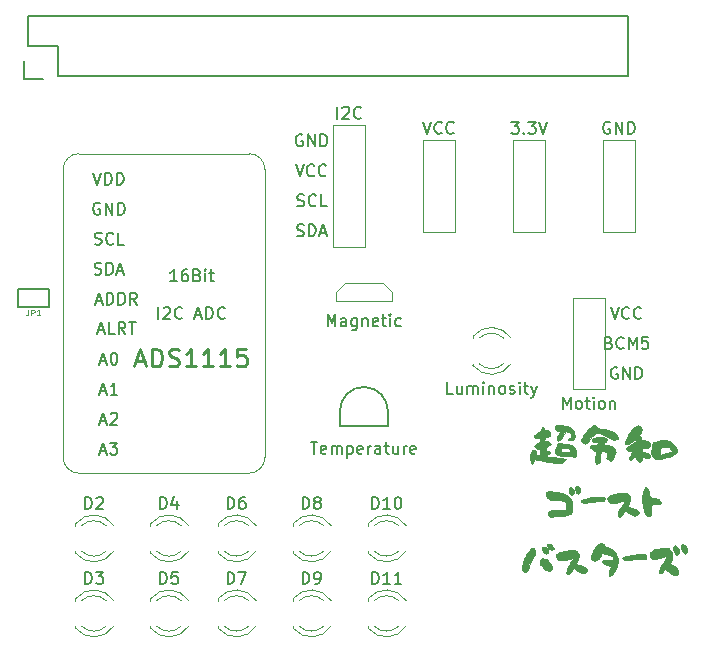
<source format=gto>
G04 #@! TF.GenerationSoftware,KiCad,Pcbnew,5.0.2-bee76a0~70~ubuntu18.04.1*
G04 #@! TF.CreationDate,2019-10-12T02:21:46+09:00*
G04 #@! TF.ProjectId,RPi_Hat,5250695f-4861-4742-9e6b-696361645f70,rev?*
G04 #@! TF.SameCoordinates,Original*
G04 #@! TF.FileFunction,Legend,Top*
G04 #@! TF.FilePolarity,Positive*
%FSLAX46Y46*%
G04 Gerber Fmt 4.6, Leading zero omitted, Abs format (unit mm)*
G04 Created by KiCad (PCBNEW 5.0.2-bee76a0~70~ubuntu18.04.1) date 2019年10月12日 02時21分46秒*
%MOMM*%
%LPD*%
G01*
G04 APERTURE LIST*
%ADD10C,0.150000*%
%ADD11C,0.120000*%
%ADD12C,0.152400*%
%ADD13C,0.100000*%
%ADD14C,0.200000*%
%ADD15C,0.010000*%
%ADD16C,0.250000*%
G04 APERTURE END LIST*
D10*
X77343095Y-47760000D02*
X77247857Y-47712380D01*
X77105000Y-47712380D01*
X76962142Y-47760000D01*
X76866904Y-47855238D01*
X76819285Y-47950476D01*
X76771666Y-48140952D01*
X76771666Y-48283809D01*
X76819285Y-48474285D01*
X76866904Y-48569523D01*
X76962142Y-48664761D01*
X77105000Y-48712380D01*
X77200238Y-48712380D01*
X77343095Y-48664761D01*
X77390714Y-48617142D01*
X77390714Y-48283809D01*
X77200238Y-48283809D01*
X77819285Y-48712380D02*
X77819285Y-47712380D01*
X78390714Y-48712380D01*
X78390714Y-47712380D01*
X78866904Y-48712380D02*
X78866904Y-47712380D01*
X79105000Y-47712380D01*
X79247857Y-47760000D01*
X79343095Y-47855238D01*
X79390714Y-47950476D01*
X79438333Y-48140952D01*
X79438333Y-48283809D01*
X79390714Y-48474285D01*
X79343095Y-48569523D01*
X79247857Y-48664761D01*
X79105000Y-48712380D01*
X78866904Y-48712380D01*
X76771666Y-42632380D02*
X77105000Y-43632380D01*
X77438333Y-42632380D01*
X78343095Y-43537142D02*
X78295476Y-43584761D01*
X78152619Y-43632380D01*
X78057380Y-43632380D01*
X77914523Y-43584761D01*
X77819285Y-43489523D01*
X77771666Y-43394285D01*
X77724047Y-43203809D01*
X77724047Y-43060952D01*
X77771666Y-42870476D01*
X77819285Y-42775238D01*
X77914523Y-42680000D01*
X78057380Y-42632380D01*
X78152619Y-42632380D01*
X78295476Y-42680000D01*
X78343095Y-42727619D01*
X79343095Y-43537142D02*
X79295476Y-43584761D01*
X79152619Y-43632380D01*
X79057380Y-43632380D01*
X78914523Y-43584761D01*
X78819285Y-43489523D01*
X78771666Y-43394285D01*
X78724047Y-43203809D01*
X78724047Y-43060952D01*
X78771666Y-42870476D01*
X78819285Y-42775238D01*
X78914523Y-42680000D01*
X79057380Y-42632380D01*
X79152619Y-42632380D01*
X79295476Y-42680000D01*
X79343095Y-42727619D01*
X76628809Y-45648571D02*
X76771666Y-45696190D01*
X76819285Y-45743809D01*
X76866904Y-45839047D01*
X76866904Y-45981904D01*
X76819285Y-46077142D01*
X76771666Y-46124761D01*
X76676428Y-46172380D01*
X76295476Y-46172380D01*
X76295476Y-45172380D01*
X76628809Y-45172380D01*
X76724047Y-45220000D01*
X76771666Y-45267619D01*
X76819285Y-45362857D01*
X76819285Y-45458095D01*
X76771666Y-45553333D01*
X76724047Y-45600952D01*
X76628809Y-45648571D01*
X76295476Y-45648571D01*
X77866904Y-46077142D02*
X77819285Y-46124761D01*
X77676428Y-46172380D01*
X77581190Y-46172380D01*
X77438333Y-46124761D01*
X77343095Y-46029523D01*
X77295476Y-45934285D01*
X77247857Y-45743809D01*
X77247857Y-45600952D01*
X77295476Y-45410476D01*
X77343095Y-45315238D01*
X77438333Y-45220000D01*
X77581190Y-45172380D01*
X77676428Y-45172380D01*
X77819285Y-45220000D01*
X77866904Y-45267619D01*
X78295476Y-46172380D02*
X78295476Y-45172380D01*
X78628809Y-45886666D01*
X78962142Y-45172380D01*
X78962142Y-46172380D01*
X79914523Y-45172380D02*
X79438333Y-45172380D01*
X79390714Y-45648571D01*
X79438333Y-45600952D01*
X79533571Y-45553333D01*
X79771666Y-45553333D01*
X79866904Y-45600952D01*
X79914523Y-45648571D01*
X79962142Y-45743809D01*
X79962142Y-45981904D01*
X79914523Y-46077142D01*
X79866904Y-46124761D01*
X79771666Y-46172380D01*
X79533571Y-46172380D01*
X79438333Y-46124761D01*
X79390714Y-46077142D01*
X50220714Y-36599761D02*
X50363571Y-36647380D01*
X50601666Y-36647380D01*
X50696904Y-36599761D01*
X50744523Y-36552142D01*
X50792142Y-36456904D01*
X50792142Y-36361666D01*
X50744523Y-36266428D01*
X50696904Y-36218809D01*
X50601666Y-36171190D01*
X50411190Y-36123571D01*
X50315952Y-36075952D01*
X50268333Y-36028333D01*
X50220714Y-35933095D01*
X50220714Y-35837857D01*
X50268333Y-35742619D01*
X50315952Y-35695000D01*
X50411190Y-35647380D01*
X50649285Y-35647380D01*
X50792142Y-35695000D01*
X51220714Y-36647380D02*
X51220714Y-35647380D01*
X51458809Y-35647380D01*
X51601666Y-35695000D01*
X51696904Y-35790238D01*
X51744523Y-35885476D01*
X51792142Y-36075952D01*
X51792142Y-36218809D01*
X51744523Y-36409285D01*
X51696904Y-36504523D01*
X51601666Y-36599761D01*
X51458809Y-36647380D01*
X51220714Y-36647380D01*
X52173095Y-36361666D02*
X52649285Y-36361666D01*
X52077857Y-36647380D02*
X52411190Y-35647380D01*
X52744523Y-36647380D01*
X50244523Y-34059761D02*
X50387380Y-34107380D01*
X50625476Y-34107380D01*
X50720714Y-34059761D01*
X50768333Y-34012142D01*
X50815952Y-33916904D01*
X50815952Y-33821666D01*
X50768333Y-33726428D01*
X50720714Y-33678809D01*
X50625476Y-33631190D01*
X50435000Y-33583571D01*
X50339761Y-33535952D01*
X50292142Y-33488333D01*
X50244523Y-33393095D01*
X50244523Y-33297857D01*
X50292142Y-33202619D01*
X50339761Y-33155000D01*
X50435000Y-33107380D01*
X50673095Y-33107380D01*
X50815952Y-33155000D01*
X51815952Y-34012142D02*
X51768333Y-34059761D01*
X51625476Y-34107380D01*
X51530238Y-34107380D01*
X51387380Y-34059761D01*
X51292142Y-33964523D01*
X51244523Y-33869285D01*
X51196904Y-33678809D01*
X51196904Y-33535952D01*
X51244523Y-33345476D01*
X51292142Y-33250238D01*
X51387380Y-33155000D01*
X51530238Y-33107380D01*
X51625476Y-33107380D01*
X51768333Y-33155000D01*
X51815952Y-33202619D01*
X52720714Y-34107380D02*
X52244523Y-34107380D01*
X52244523Y-33107380D01*
D11*
G04 #@! TO.C,U2*
X31750000Y-29654500D02*
X46164500Y-29654500D01*
X47498000Y-30988000D02*
X47498000Y-55372000D01*
X30416500Y-30988000D02*
X30416500Y-55372000D01*
X31750000Y-56705500D02*
X46164500Y-56705500D01*
X30416500Y-30988000D02*
G75*
G02X31750000Y-29654500I1333500J0D01*
G01*
X46164500Y-29654500D02*
G75*
G02X47498000Y-30988000I0J-1333500D01*
G01*
X47498000Y-55372000D02*
G75*
G02X46164500Y-56705500I-1333500J0D01*
G01*
X31750000Y-56705500D02*
G75*
G02X30416500Y-55372000I0J1333500D01*
G01*
D12*
G04 #@! TO.C,Temperature*
X53848000Y-52705000D02*
X57912000Y-52705000D01*
D10*
X53847414Y-51394352D02*
G75*
G02X57912000Y-51498500I2032586J-40648D01*
G01*
X57912000Y-52705000D02*
X57912000Y-51498500D01*
X53848000Y-52705000D02*
X53848000Y-51435000D01*
D11*
G04 #@! TO.C,I2C*
X53280000Y-37525000D02*
X55940000Y-37525000D01*
X53276500Y-27241500D02*
X53280000Y-37525000D01*
X55943500Y-27241500D02*
X55940000Y-37525000D01*
X53280000Y-27245000D02*
X55940000Y-27245000D01*
G04 #@! TO.C,3.3V*
X68520000Y-28515000D02*
X71180000Y-28515000D01*
X71183500Y-28511500D02*
X71180000Y-36255000D01*
X68516500Y-28511500D02*
X68520000Y-36255000D01*
X68520000Y-36255000D02*
X71180000Y-36255000D01*
G04 #@! TO.C,VCC*
X60900000Y-36255000D02*
X63560000Y-36255000D01*
X60896500Y-28511500D02*
X60900000Y-36255000D01*
X63563500Y-28511500D02*
X63560000Y-36255000D01*
X60900000Y-28515000D02*
X63560000Y-28515000D01*
G04 #@! TO.C,GND*
X76140000Y-36255000D02*
X78800000Y-36255000D01*
X76136500Y-28511500D02*
X76140000Y-36255000D01*
X78803500Y-28511500D02*
X78800000Y-36255000D01*
X76140000Y-28511500D02*
X78800000Y-28511500D01*
G04 #@! TO.C,Motion*
X73600000Y-41850000D02*
X74930000Y-41850000D01*
X73600000Y-41846500D02*
X76260000Y-41846500D01*
X76263500Y-41846500D02*
X76260000Y-49590000D01*
X73596500Y-41846500D02*
X73600000Y-49590000D01*
X73600000Y-49590000D02*
X76260000Y-49590000D01*
D13*
G04 #@! TO.C,Magnetic*
X58293000Y-41338500D02*
X58293000Y-42100500D01*
X53530500Y-41338500D02*
X53530500Y-42100500D01*
X58293000Y-42100500D02*
X53530500Y-42100500D01*
X54292500Y-40576500D02*
X53530500Y-41338500D01*
X57531000Y-40576500D02*
X54292500Y-40576500D01*
X58293000Y-41338500D02*
X57531000Y-40576500D01*
D10*
G04 #@! TO.C,J2*
X78220000Y-17970000D02*
X27420000Y-17970000D01*
X29960000Y-23050000D02*
X78220000Y-23050000D01*
X78220000Y-17970000D02*
X78220000Y-23050000D01*
X27420000Y-17970000D02*
X27420000Y-20510000D01*
X27140000Y-21780000D02*
X27140000Y-23330000D01*
X27420000Y-20510000D02*
X29960000Y-20510000D01*
X29960000Y-20510000D02*
X29960000Y-23050000D01*
X27140000Y-23330000D02*
X28690000Y-23330000D01*
D11*
G04 #@! TO.C,Luminosity*
X68347335Y-45276392D02*
G75*
G03X65115000Y-45119484I-1672335J-1078608D01*
G01*
X68347335Y-47433608D02*
G75*
G02X65115000Y-47590516I-1672335J1078608D01*
G01*
X67716130Y-45275163D02*
G75*
G03X65634039Y-45275000I-1041130J-1079837D01*
G01*
X67716130Y-47434837D02*
G75*
G02X65634039Y-47435000I-1041130J1079837D01*
G01*
X65115000Y-45119000D02*
X65115000Y-45275000D01*
X65115000Y-47435000D02*
X65115000Y-47591000D01*
G04 #@! TO.C,D2*
X31460000Y-63310000D02*
X31460000Y-63466000D01*
X31460000Y-60994000D02*
X31460000Y-61150000D01*
X34061130Y-63309837D02*
G75*
G02X31979039Y-63310000I-1041130J1079837D01*
G01*
X34061130Y-61150163D02*
G75*
G03X31979039Y-61150000I-1041130J-1079837D01*
G01*
X34692335Y-63308608D02*
G75*
G02X31460000Y-63465516I-1672335J1078608D01*
G01*
X34692335Y-61151392D02*
G75*
G03X31460000Y-60994484I-1672335J-1078608D01*
G01*
G04 #@! TO.C,D3*
X34692335Y-67501392D02*
G75*
G03X31460000Y-67344484I-1672335J-1078608D01*
G01*
X34692335Y-69658608D02*
G75*
G02X31460000Y-69815516I-1672335J1078608D01*
G01*
X34061130Y-67500163D02*
G75*
G03X31979039Y-67500000I-1041130J-1079837D01*
G01*
X34061130Y-69659837D02*
G75*
G02X31979039Y-69660000I-1041130J1079837D01*
G01*
X31460000Y-67344000D02*
X31460000Y-67500000D01*
X31460000Y-69660000D02*
X31460000Y-69816000D01*
G04 #@! TO.C,D4*
X37810000Y-63310000D02*
X37810000Y-63466000D01*
X37810000Y-60994000D02*
X37810000Y-61150000D01*
X40411130Y-63309837D02*
G75*
G02X38329039Y-63310000I-1041130J1079837D01*
G01*
X40411130Y-61150163D02*
G75*
G03X38329039Y-61150000I-1041130J-1079837D01*
G01*
X41042335Y-63308608D02*
G75*
G02X37810000Y-63465516I-1672335J1078608D01*
G01*
X41042335Y-61151392D02*
G75*
G03X37810000Y-60994484I-1672335J-1078608D01*
G01*
G04 #@! TO.C,D5*
X41042335Y-67501392D02*
G75*
G03X37810000Y-67344484I-1672335J-1078608D01*
G01*
X41042335Y-69658608D02*
G75*
G02X37810000Y-69815516I-1672335J1078608D01*
G01*
X40411130Y-67500163D02*
G75*
G03X38329039Y-67500000I-1041130J-1079837D01*
G01*
X40411130Y-69659837D02*
G75*
G02X38329039Y-69660000I-1041130J1079837D01*
G01*
X37810000Y-67344000D02*
X37810000Y-67500000D01*
X37810000Y-69660000D02*
X37810000Y-69816000D01*
G04 #@! TO.C,D6*
X43525000Y-63310000D02*
X43525000Y-63466000D01*
X43525000Y-60994000D02*
X43525000Y-61150000D01*
X46126130Y-63309837D02*
G75*
G02X44044039Y-63310000I-1041130J1079837D01*
G01*
X46126130Y-61150163D02*
G75*
G03X44044039Y-61150000I-1041130J-1079837D01*
G01*
X46757335Y-63308608D02*
G75*
G02X43525000Y-63465516I-1672335J1078608D01*
G01*
X46757335Y-61151392D02*
G75*
G03X43525000Y-60994484I-1672335J-1078608D01*
G01*
G04 #@! TO.C,D7*
X46757335Y-67501392D02*
G75*
G03X43525000Y-67344484I-1672335J-1078608D01*
G01*
X46757335Y-69658608D02*
G75*
G02X43525000Y-69815516I-1672335J1078608D01*
G01*
X46126130Y-67500163D02*
G75*
G03X44044039Y-67500000I-1041130J-1079837D01*
G01*
X46126130Y-69659837D02*
G75*
G02X44044039Y-69660000I-1041130J1079837D01*
G01*
X43525000Y-67344000D02*
X43525000Y-67500000D01*
X43525000Y-69660000D02*
X43525000Y-69816000D01*
G04 #@! TO.C,D8*
X49875000Y-63310000D02*
X49875000Y-63466000D01*
X49875000Y-60994000D02*
X49875000Y-61150000D01*
X52476130Y-63309837D02*
G75*
G02X50394039Y-63310000I-1041130J1079837D01*
G01*
X52476130Y-61150163D02*
G75*
G03X50394039Y-61150000I-1041130J-1079837D01*
G01*
X53107335Y-63308608D02*
G75*
G02X49875000Y-63465516I-1672335J1078608D01*
G01*
X53107335Y-61151392D02*
G75*
G03X49875000Y-60994484I-1672335J-1078608D01*
G01*
G04 #@! TO.C,D9*
X53107335Y-67501392D02*
G75*
G03X49875000Y-67344484I-1672335J-1078608D01*
G01*
X53107335Y-69658608D02*
G75*
G02X49875000Y-69815516I-1672335J1078608D01*
G01*
X52476130Y-67500163D02*
G75*
G03X50394039Y-67500000I-1041130J-1079837D01*
G01*
X52476130Y-69659837D02*
G75*
G02X50394039Y-69660000I-1041130J1079837D01*
G01*
X49875000Y-67344000D02*
X49875000Y-67500000D01*
X49875000Y-69660000D02*
X49875000Y-69816000D01*
G04 #@! TO.C,D10*
X59457335Y-61151392D02*
G75*
G03X56225000Y-60994484I-1672335J-1078608D01*
G01*
X59457335Y-63308608D02*
G75*
G02X56225000Y-63465516I-1672335J1078608D01*
G01*
X58826130Y-61150163D02*
G75*
G03X56744039Y-61150000I-1041130J-1079837D01*
G01*
X58826130Y-63309837D02*
G75*
G02X56744039Y-63310000I-1041130J1079837D01*
G01*
X56225000Y-60994000D02*
X56225000Y-61150000D01*
X56225000Y-63310000D02*
X56225000Y-63466000D01*
G04 #@! TO.C,D11*
X59457335Y-67501392D02*
G75*
G03X56225000Y-67344484I-1672335J-1078608D01*
G01*
X59457335Y-69658608D02*
G75*
G02X56225000Y-69815516I-1672335J1078608D01*
G01*
X58826130Y-67500163D02*
G75*
G03X56744039Y-67500000I-1041130J-1079837D01*
G01*
X58826130Y-69659837D02*
G75*
G02X56744039Y-69660000I-1041130J1079837D01*
G01*
X56225000Y-67344000D02*
X56225000Y-67500000D01*
X56225000Y-69660000D02*
X56225000Y-69816000D01*
D14*
G04 #@! TO.C,JP1*
X29190000Y-42646600D02*
X26590000Y-42646600D01*
X29190000Y-41122600D02*
X29190000Y-42646600D01*
X26590000Y-41122600D02*
X29190000Y-41122600D01*
X26590000Y-42646600D02*
X26590000Y-41122600D01*
D15*
G04 #@! TO.C,G\002A\002A\002A*
G36*
X72678310Y-52647042D02*
X72885025Y-52679792D01*
X73084579Y-52726288D01*
X73261757Y-52784732D01*
X73384403Y-52843046D01*
X73539198Y-52974809D01*
X73647873Y-53161296D01*
X73709177Y-53400192D01*
X73715857Y-53456214D01*
X73727414Y-53593578D01*
X73726075Y-53680284D01*
X73708027Y-53737676D01*
X73669454Y-53787097D01*
X73653877Y-53802993D01*
X73550203Y-53871460D01*
X73398476Y-53910062D01*
X73370383Y-53913728D01*
X73258421Y-53923393D01*
X73178993Y-53923551D01*
X73155419Y-53917943D01*
X73153294Y-53873597D01*
X73195928Y-53816886D01*
X73263949Y-53769411D01*
X73300577Y-53756088D01*
X73348779Y-53738310D01*
X73374954Y-53702197D01*
X73385682Y-53629269D01*
X73387565Y-53511856D01*
X73381669Y-53387719D01*
X73366657Y-53291870D01*
X73349813Y-53251156D01*
X73292916Y-53223837D01*
X73194202Y-53199488D01*
X73150534Y-53192676D01*
X72988714Y-53171655D01*
X72828375Y-53381918D01*
X72739142Y-53507973D01*
X72662206Y-53632499D01*
X72616208Y-53724122D01*
X72529044Y-53855234D01*
X72439673Y-53915532D01*
X72348386Y-53958088D01*
X72301140Y-53966604D01*
X72275141Y-53935316D01*
X72250873Y-53867803D01*
X72233072Y-53731819D01*
X72270412Y-53574065D01*
X72365186Y-53385932D01*
X72389547Y-53346559D01*
X72449253Y-53249653D01*
X72488956Y-53179924D01*
X72498857Y-53157311D01*
X72466865Y-53146242D01*
X72388002Y-53140609D01*
X72369066Y-53140429D01*
X72243541Y-53113739D01*
X72138785Y-53044254D01*
X72064826Y-52947848D01*
X72031694Y-52840396D01*
X72049416Y-52737773D01*
X72084163Y-52689449D01*
X72167361Y-52649241D01*
X72304262Y-52629969D01*
X72479651Y-52629835D01*
X72678310Y-52647042D01*
X72678310Y-52647042D01*
G37*
X72678310Y-52647042D02*
X72885025Y-52679792D01*
X73084579Y-52726288D01*
X73261757Y-52784732D01*
X73384403Y-52843046D01*
X73539198Y-52974809D01*
X73647873Y-53161296D01*
X73709177Y-53400192D01*
X73715857Y-53456214D01*
X73727414Y-53593578D01*
X73726075Y-53680284D01*
X73708027Y-53737676D01*
X73669454Y-53787097D01*
X73653877Y-53802993D01*
X73550203Y-53871460D01*
X73398476Y-53910062D01*
X73370383Y-53913728D01*
X73258421Y-53923393D01*
X73178993Y-53923551D01*
X73155419Y-53917943D01*
X73153294Y-53873597D01*
X73195928Y-53816886D01*
X73263949Y-53769411D01*
X73300577Y-53756088D01*
X73348779Y-53738310D01*
X73374954Y-53702197D01*
X73385682Y-53629269D01*
X73387565Y-53511856D01*
X73381669Y-53387719D01*
X73366657Y-53291870D01*
X73349813Y-53251156D01*
X73292916Y-53223837D01*
X73194202Y-53199488D01*
X73150534Y-53192676D01*
X72988714Y-53171655D01*
X72828375Y-53381918D01*
X72739142Y-53507973D01*
X72662206Y-53632499D01*
X72616208Y-53724122D01*
X72529044Y-53855234D01*
X72439673Y-53915532D01*
X72348386Y-53958088D01*
X72301140Y-53966604D01*
X72275141Y-53935316D01*
X72250873Y-53867803D01*
X72233072Y-53731819D01*
X72270412Y-53574065D01*
X72365186Y-53385932D01*
X72389547Y-53346559D01*
X72449253Y-53249653D01*
X72488956Y-53179924D01*
X72498857Y-53157311D01*
X72466865Y-53146242D01*
X72388002Y-53140609D01*
X72369066Y-53140429D01*
X72243541Y-53113739D01*
X72138785Y-53044254D01*
X72064826Y-52947848D01*
X72031694Y-52840396D01*
X72049416Y-52737773D01*
X72084163Y-52689449D01*
X72167361Y-52649241D01*
X72304262Y-52629969D01*
X72479651Y-52629835D01*
X72678310Y-52647042D01*
G36*
X76059877Y-53669263D02*
X76188653Y-53677889D01*
X76277726Y-53695200D01*
X76343470Y-53723436D01*
X76359672Y-53733439D01*
X76429417Y-53791881D01*
X76446975Y-53857654D01*
X76439504Y-53911409D01*
X76417487Y-53999012D01*
X76384238Y-54057876D01*
X76326682Y-54093483D01*
X76231741Y-54111317D01*
X76086341Y-54116860D01*
X75950629Y-54116393D01*
X75774751Y-54111452D01*
X75611809Y-54101166D01*
X75484391Y-54087242D01*
X75431933Y-54077213D01*
X75305021Y-54026992D01*
X75225203Y-53961556D01*
X75201683Y-53891016D01*
X75221707Y-53846288D01*
X75304722Y-53768336D01*
X75410770Y-53715320D01*
X75553617Y-53683463D01*
X75747028Y-53668991D01*
X75875024Y-53667078D01*
X76059877Y-53669263D01*
X76059877Y-53669263D01*
G37*
X76059877Y-53669263D02*
X76188653Y-53677889D01*
X76277726Y-53695200D01*
X76343470Y-53723436D01*
X76359672Y-53733439D01*
X76429417Y-53791881D01*
X76446975Y-53857654D01*
X76439504Y-53911409D01*
X76417487Y-53999012D01*
X76384238Y-54057876D01*
X76326682Y-54093483D01*
X76231741Y-54111317D01*
X76086341Y-54116860D01*
X75950629Y-54116393D01*
X75774751Y-54111452D01*
X75611809Y-54101166D01*
X75484391Y-54087242D01*
X75431933Y-54077213D01*
X75305021Y-54026992D01*
X75225203Y-53961556D01*
X75201683Y-53891016D01*
X75221707Y-53846288D01*
X75304722Y-53768336D01*
X75410770Y-53715320D01*
X75553617Y-53683463D01*
X75747028Y-53668991D01*
X75875024Y-53667078D01*
X76059877Y-53669263D01*
G36*
X75457498Y-52658085D02*
X75543455Y-52723581D01*
X75592731Y-52772880D01*
X75671997Y-52852582D01*
X75746592Y-52899072D01*
X75844553Y-52925432D01*
X75950739Y-52939921D01*
X76282449Y-52987569D01*
X76575632Y-53048751D01*
X76821152Y-53120912D01*
X77009871Y-53201497D01*
X77104794Y-53262765D01*
X77245328Y-53408960D01*
X77333928Y-53571218D01*
X77361143Y-53716164D01*
X77355607Y-53774242D01*
X77327637Y-53809876D01*
X77260188Y-53834544D01*
X77152500Y-53856700D01*
X77028382Y-53876333D01*
X76943059Y-53874754D01*
X76864738Y-53847613D01*
X76790205Y-53807138D01*
X76682610Y-53748260D01*
X76532632Y-53670262D01*
X76357569Y-53581695D01*
X76174715Y-53491115D01*
X76001366Y-53407073D01*
X75854819Y-53338124D01*
X75752370Y-53292820D01*
X75740691Y-53288127D01*
X75674015Y-53269112D01*
X75609121Y-53270610D01*
X75538849Y-53298238D01*
X75456036Y-53357614D01*
X75353522Y-53454353D01*
X75224143Y-53594072D01*
X75060738Y-53782388D01*
X74962307Y-53898579D01*
X74838197Y-54042549D01*
X74746120Y-54136297D01*
X74673144Y-54186564D01*
X74606336Y-54200090D01*
X74532765Y-54183616D01*
X74467395Y-54156537D01*
X74330300Y-54073003D01*
X74263793Y-53977556D01*
X74268436Y-53871399D01*
X74303867Y-53805515D01*
X74362494Y-53708731D01*
X74401837Y-53620283D01*
X74443760Y-53540247D01*
X74526047Y-53423783D01*
X74636764Y-53284775D01*
X74763974Y-53137106D01*
X74895742Y-52994660D01*
X75020133Y-52871321D01*
X75119807Y-52785105D01*
X75230713Y-52707522D01*
X75329034Y-52652559D01*
X75391772Y-52632429D01*
X75457498Y-52658085D01*
X75457498Y-52658085D01*
G37*
X75457498Y-52658085D02*
X75543455Y-52723581D01*
X75592731Y-52772880D01*
X75671997Y-52852582D01*
X75746592Y-52899072D01*
X75844553Y-52925432D01*
X75950739Y-52939921D01*
X76282449Y-52987569D01*
X76575632Y-53048751D01*
X76821152Y-53120912D01*
X77009871Y-53201497D01*
X77104794Y-53262765D01*
X77245328Y-53408960D01*
X77333928Y-53571218D01*
X77361143Y-53716164D01*
X77355607Y-53774242D01*
X77327637Y-53809876D01*
X77260188Y-53834544D01*
X77152500Y-53856700D01*
X77028382Y-53876333D01*
X76943059Y-53874754D01*
X76864738Y-53847613D01*
X76790205Y-53807138D01*
X76682610Y-53748260D01*
X76532632Y-53670262D01*
X76357569Y-53581695D01*
X76174715Y-53491115D01*
X76001366Y-53407073D01*
X75854819Y-53338124D01*
X75752370Y-53292820D01*
X75740691Y-53288127D01*
X75674015Y-53269112D01*
X75609121Y-53270610D01*
X75538849Y-53298238D01*
X75456036Y-53357614D01*
X75353522Y-53454353D01*
X75224143Y-53594072D01*
X75060738Y-53782388D01*
X74962307Y-53898579D01*
X74838197Y-54042549D01*
X74746120Y-54136297D01*
X74673144Y-54186564D01*
X74606336Y-54200090D01*
X74532765Y-54183616D01*
X74467395Y-54156537D01*
X74330300Y-54073003D01*
X74263793Y-53977556D01*
X74268436Y-53871399D01*
X74303867Y-53805515D01*
X74362494Y-53708731D01*
X74401837Y-53620283D01*
X74443760Y-53540247D01*
X74526047Y-53423783D01*
X74636764Y-53284775D01*
X74763974Y-53137106D01*
X74895742Y-52994660D01*
X75020133Y-52871321D01*
X75119807Y-52785105D01*
X75230713Y-52707522D01*
X75329034Y-52652559D01*
X75391772Y-52632429D01*
X75457498Y-52658085D01*
G36*
X72585435Y-54166277D02*
X72594081Y-54169289D01*
X72708928Y-54197230D01*
X72857944Y-54217842D01*
X72966385Y-54224965D01*
X73195580Y-54256184D01*
X73407664Y-54331130D01*
X73583112Y-54441295D01*
X73671873Y-54532433D01*
X73756262Y-54673695D01*
X73823853Y-54843061D01*
X73864940Y-55011132D01*
X73871291Y-55136422D01*
X73837091Y-55245795D01*
X73770048Y-55313342D01*
X73686073Y-55326565D01*
X73647828Y-55311936D01*
X73590635Y-55297632D01*
X73474430Y-55281900D01*
X73312719Y-55266107D01*
X73119006Y-55251622D01*
X72963067Y-55242554D01*
X72739975Y-55228709D01*
X72541643Y-55211799D01*
X72381469Y-55193268D01*
X72272854Y-55174564D01*
X72239310Y-55164449D01*
X72143284Y-55085492D01*
X72092064Y-54959322D01*
X72088898Y-54882143D01*
X72457134Y-54882143D01*
X72913424Y-54882143D01*
X73085783Y-54880115D01*
X73228304Y-54874577D01*
X73327294Y-54866344D01*
X73369062Y-54856235D01*
X73369579Y-54854929D01*
X73344072Y-54781618D01*
X73282798Y-54691815D01*
X73207787Y-54612912D01*
X73142542Y-54572652D01*
X73060350Y-54562858D01*
X72937424Y-54559930D01*
X72842586Y-54562607D01*
X72721157Y-54571269D01*
X72648102Y-54590278D01*
X72599284Y-54632912D01*
X72550565Y-54712447D01*
X72542022Y-54727929D01*
X72457134Y-54882143D01*
X72088898Y-54882143D01*
X72085346Y-54795573D01*
X72122826Y-54603879D01*
X72204200Y-54393876D01*
X72267384Y-54274357D01*
X72330169Y-54177309D01*
X72388648Y-54131917D01*
X72466009Y-54130725D01*
X72585435Y-54166277D01*
X72585435Y-54166277D01*
G37*
X72585435Y-54166277D02*
X72594081Y-54169289D01*
X72708928Y-54197230D01*
X72857944Y-54217842D01*
X72966385Y-54224965D01*
X73195580Y-54256184D01*
X73407664Y-54331130D01*
X73583112Y-54441295D01*
X73671873Y-54532433D01*
X73756262Y-54673695D01*
X73823853Y-54843061D01*
X73864940Y-55011132D01*
X73871291Y-55136422D01*
X73837091Y-55245795D01*
X73770048Y-55313342D01*
X73686073Y-55326565D01*
X73647828Y-55311936D01*
X73590635Y-55297632D01*
X73474430Y-55281900D01*
X73312719Y-55266107D01*
X73119006Y-55251622D01*
X72963067Y-55242554D01*
X72739975Y-55228709D01*
X72541643Y-55211799D01*
X72381469Y-55193268D01*
X72272854Y-55174564D01*
X72239310Y-55164449D01*
X72143284Y-55085492D01*
X72092064Y-54959322D01*
X72088898Y-54882143D01*
X72457134Y-54882143D01*
X72913424Y-54882143D01*
X73085783Y-54880115D01*
X73228304Y-54874577D01*
X73327294Y-54866344D01*
X73369062Y-54856235D01*
X73369579Y-54854929D01*
X73344072Y-54781618D01*
X73282798Y-54691815D01*
X73207787Y-54612912D01*
X73142542Y-54572652D01*
X73060350Y-54562858D01*
X72937424Y-54559930D01*
X72842586Y-54562607D01*
X72721157Y-54571269D01*
X72648102Y-54590278D01*
X72599284Y-54632912D01*
X72550565Y-54712447D01*
X72542022Y-54727929D01*
X72457134Y-54882143D01*
X72088898Y-54882143D01*
X72085346Y-54795573D01*
X72122826Y-54603879D01*
X72204200Y-54393876D01*
X72267384Y-54274357D01*
X72330169Y-54177309D01*
X72388648Y-54131917D01*
X72466009Y-54130725D01*
X72585435Y-54166277D01*
G36*
X81504275Y-53910581D02*
X81665835Y-53942341D01*
X81689380Y-53951239D01*
X81807049Y-54022999D01*
X81939003Y-54139167D01*
X82073577Y-54284805D01*
X82199108Y-54444975D01*
X82303932Y-54604742D01*
X82376384Y-54749167D01*
X82404800Y-54863313D01*
X82404856Y-54867487D01*
X82370992Y-54943883D01*
X82276485Y-55029576D01*
X82131960Y-55120168D01*
X81948043Y-55211263D01*
X81735357Y-55298465D01*
X81504529Y-55377375D01*
X81266183Y-55443598D01*
X81030944Y-55492736D01*
X80831297Y-55518666D01*
X80690934Y-55527969D01*
X80597455Y-55523649D01*
X80525741Y-55501117D01*
X80450669Y-55455788D01*
X80437638Y-55446789D01*
X80332902Y-55346579D01*
X80264189Y-55211188D01*
X80228616Y-55033304D01*
X80917143Y-55033304D01*
X80922067Y-55126761D01*
X80942063Y-55163861D01*
X80980643Y-55161805D01*
X81039882Y-55144538D01*
X81152024Y-55112294D01*
X81300165Y-55069920D01*
X81443286Y-55029126D01*
X81608791Y-54981936D01*
X81752766Y-54940720D01*
X81858324Y-54910324D01*
X81905490Y-54896533D01*
X81941914Y-54879401D01*
X81946123Y-54846181D01*
X81916981Y-54776993D01*
X81896300Y-54735907D01*
X81837012Y-54637200D01*
X81768291Y-54572203D01*
X81672319Y-54531776D01*
X81531282Y-54506780D01*
X81429462Y-54496423D01*
X81247365Y-54484178D01*
X81123312Y-54489559D01*
X81043726Y-54518478D01*
X80995032Y-54576848D01*
X80963653Y-54670582D01*
X80956450Y-54702433D01*
X80932515Y-54844761D01*
X80918585Y-54987032D01*
X80917143Y-55033304D01*
X80228616Y-55033304D01*
X80227891Y-55029683D01*
X80220398Y-54791133D01*
X80220446Y-54788891D01*
X80231982Y-54640753D01*
X80257712Y-54480360D01*
X80293248Y-54324127D01*
X80334205Y-54188467D01*
X80376196Y-54089797D01*
X80414835Y-54044529D01*
X80419672Y-54043393D01*
X80494659Y-54042930D01*
X80522249Y-54044857D01*
X80584188Y-54038287D01*
X80693611Y-54015741D01*
X80828421Y-53981856D01*
X80848091Y-53976464D01*
X81074681Y-53928263D01*
X81300316Y-53906095D01*
X81504275Y-53910581D01*
X81504275Y-53910581D01*
G37*
X81504275Y-53910581D02*
X81665835Y-53942341D01*
X81689380Y-53951239D01*
X81807049Y-54022999D01*
X81939003Y-54139167D01*
X82073577Y-54284805D01*
X82199108Y-54444975D01*
X82303932Y-54604742D01*
X82376384Y-54749167D01*
X82404800Y-54863313D01*
X82404856Y-54867487D01*
X82370992Y-54943883D01*
X82276485Y-55029576D01*
X82131960Y-55120168D01*
X81948043Y-55211263D01*
X81735357Y-55298465D01*
X81504529Y-55377375D01*
X81266183Y-55443598D01*
X81030944Y-55492736D01*
X80831297Y-55518666D01*
X80690934Y-55527969D01*
X80597455Y-55523649D01*
X80525741Y-55501117D01*
X80450669Y-55455788D01*
X80437638Y-55446789D01*
X80332902Y-55346579D01*
X80264189Y-55211188D01*
X80228616Y-55033304D01*
X80917143Y-55033304D01*
X80922067Y-55126761D01*
X80942063Y-55163861D01*
X80980643Y-55161805D01*
X81039882Y-55144538D01*
X81152024Y-55112294D01*
X81300165Y-55069920D01*
X81443286Y-55029126D01*
X81608791Y-54981936D01*
X81752766Y-54940720D01*
X81858324Y-54910324D01*
X81905490Y-54896533D01*
X81941914Y-54879401D01*
X81946123Y-54846181D01*
X81916981Y-54776993D01*
X81896300Y-54735907D01*
X81837012Y-54637200D01*
X81768291Y-54572203D01*
X81672319Y-54531776D01*
X81531282Y-54506780D01*
X81429462Y-54496423D01*
X81247365Y-54484178D01*
X81123312Y-54489559D01*
X81043726Y-54518478D01*
X80995032Y-54576848D01*
X80963653Y-54670582D01*
X80956450Y-54702433D01*
X80932515Y-54844761D01*
X80918585Y-54987032D01*
X80917143Y-55033304D01*
X80228616Y-55033304D01*
X80227891Y-55029683D01*
X80220398Y-54791133D01*
X80220446Y-54788891D01*
X80231982Y-54640753D01*
X80257712Y-54480360D01*
X80293248Y-54324127D01*
X80334205Y-54188467D01*
X80376196Y-54089797D01*
X80414835Y-54044529D01*
X80419672Y-54043393D01*
X80494659Y-54042930D01*
X80522249Y-54044857D01*
X80584188Y-54038287D01*
X80693611Y-54015741D01*
X80828421Y-53981856D01*
X80848091Y-53976464D01*
X81074681Y-53928263D01*
X81300316Y-53906095D01*
X81504275Y-53910581D01*
G36*
X79155035Y-52680743D02*
X79175429Y-52705000D01*
X79205783Y-52734595D01*
X79247164Y-52741286D01*
X79326255Y-52774282D01*
X79383325Y-52862609D01*
X79409749Y-52990273D01*
X79410072Y-53043402D01*
X79383933Y-53166717D01*
X79309495Y-53293028D01*
X79273471Y-53338266D01*
X79143043Y-53494299D01*
X79232215Y-53578072D01*
X79302141Y-53670969D01*
X79354759Y-53786876D01*
X79358664Y-53800280D01*
X79385017Y-53883654D01*
X79420505Y-53924278D01*
X79488528Y-53937516D01*
X79569506Y-53938714D01*
X79756174Y-53954301D01*
X79916765Y-53997154D01*
X80036453Y-54061415D01*
X80100416Y-54141225D01*
X80103117Y-54149621D01*
X80121989Y-54299887D01*
X80081652Y-54411805D01*
X79979702Y-54488454D01*
X79813739Y-54532909D01*
X79802668Y-54534486D01*
X79635882Y-54557943D01*
X79528043Y-54578291D01*
X79466308Y-54603059D01*
X79437836Y-54639777D01*
X79429787Y-54695976D01*
X79429429Y-54753351D01*
X79429429Y-54909079D01*
X79611613Y-54933247D01*
X79732268Y-54961561D01*
X79861838Y-55010852D01*
X79981650Y-55071408D01*
X80073027Y-55133519D01*
X80117294Y-55187473D01*
X80118857Y-55197017D01*
X80095127Y-55305692D01*
X80036431Y-55404044D01*
X79966094Y-55458432D01*
X79869567Y-55463857D01*
X79748598Y-55431999D01*
X79633750Y-55372911D01*
X79584834Y-55333018D01*
X79514504Y-55282457D01*
X79471888Y-55298870D01*
X79457207Y-55382071D01*
X79459566Y-55438667D01*
X79460791Y-55545947D01*
X79433231Y-55617345D01*
X79362704Y-55688064D01*
X79357257Y-55692667D01*
X79276418Y-55753464D01*
X79215147Y-55786995D01*
X79204143Y-55789286D01*
X79158551Y-55764816D01*
X79086193Y-55702690D01*
X79045929Y-55662127D01*
X78958943Y-55544030D01*
X78915841Y-55429491D01*
X78914644Y-55419993D01*
X78894228Y-55335895D01*
X78860526Y-55291042D01*
X78859126Y-55290527D01*
X78812779Y-55307174D01*
X78735595Y-55364933D01*
X78653720Y-55441947D01*
X78551800Y-55541970D01*
X78482038Y-55592454D01*
X78429261Y-55598869D01*
X78378292Y-55566686D01*
X78358967Y-55548212D01*
X78321021Y-55484934D01*
X78324102Y-55403306D01*
X78371378Y-55293427D01*
X78466015Y-55145394D01*
X78505417Y-55090274D01*
X78601837Y-54952501D01*
X78652941Y-54864875D01*
X78660603Y-54822413D01*
X78626700Y-54820129D01*
X78603929Y-54828498D01*
X78475172Y-54865513D01*
X78359584Y-54851842D01*
X78250451Y-54800305D01*
X78160607Y-54737660D01*
X78103118Y-54677052D01*
X78094060Y-54656889D01*
X78112650Y-54583110D01*
X78182455Y-54487994D01*
X78290465Y-54383990D01*
X78423669Y-54283551D01*
X78569058Y-54199126D01*
X78575839Y-54195826D01*
X78696200Y-54140247D01*
X78792747Y-54100175D01*
X78845444Y-54083898D01*
X78846571Y-54083857D01*
X78872063Y-54051967D01*
X78884809Y-53973549D01*
X78885143Y-53956857D01*
X78875979Y-53864046D01*
X78845175Y-53836283D01*
X78787761Y-53872997D01*
X78727425Y-53938714D01*
X78657137Y-54008871D01*
X78598019Y-54045979D01*
X78588128Y-54047727D01*
X78532752Y-54066776D01*
X78442303Y-54115458D01*
X78377143Y-54156429D01*
X78227704Y-54238217D01*
X78102497Y-54263939D01*
X77999111Y-54243261D01*
X77953585Y-54203198D01*
X77948333Y-54127906D01*
X77984485Y-54009577D01*
X78055263Y-53856037D01*
X78201394Y-53585595D01*
X78357185Y-53332847D01*
X78515033Y-53107987D01*
X78667338Y-52921208D01*
X78806497Y-52782702D01*
X78909972Y-52709913D01*
X78997207Y-52679783D01*
X79087477Y-52669901D01*
X79155035Y-52680743D01*
X79155035Y-52680743D01*
G37*
X79155035Y-52680743D02*
X79175429Y-52705000D01*
X79205783Y-52734595D01*
X79247164Y-52741286D01*
X79326255Y-52774282D01*
X79383325Y-52862609D01*
X79409749Y-52990273D01*
X79410072Y-53043402D01*
X79383933Y-53166717D01*
X79309495Y-53293028D01*
X79273471Y-53338266D01*
X79143043Y-53494299D01*
X79232215Y-53578072D01*
X79302141Y-53670969D01*
X79354759Y-53786876D01*
X79358664Y-53800280D01*
X79385017Y-53883654D01*
X79420505Y-53924278D01*
X79488528Y-53937516D01*
X79569506Y-53938714D01*
X79756174Y-53954301D01*
X79916765Y-53997154D01*
X80036453Y-54061415D01*
X80100416Y-54141225D01*
X80103117Y-54149621D01*
X80121989Y-54299887D01*
X80081652Y-54411805D01*
X79979702Y-54488454D01*
X79813739Y-54532909D01*
X79802668Y-54534486D01*
X79635882Y-54557943D01*
X79528043Y-54578291D01*
X79466308Y-54603059D01*
X79437836Y-54639777D01*
X79429787Y-54695976D01*
X79429429Y-54753351D01*
X79429429Y-54909079D01*
X79611613Y-54933247D01*
X79732268Y-54961561D01*
X79861838Y-55010852D01*
X79981650Y-55071408D01*
X80073027Y-55133519D01*
X80117294Y-55187473D01*
X80118857Y-55197017D01*
X80095127Y-55305692D01*
X80036431Y-55404044D01*
X79966094Y-55458432D01*
X79869567Y-55463857D01*
X79748598Y-55431999D01*
X79633750Y-55372911D01*
X79584834Y-55333018D01*
X79514504Y-55282457D01*
X79471888Y-55298870D01*
X79457207Y-55382071D01*
X79459566Y-55438667D01*
X79460791Y-55545947D01*
X79433231Y-55617345D01*
X79362704Y-55688064D01*
X79357257Y-55692667D01*
X79276418Y-55753464D01*
X79215147Y-55786995D01*
X79204143Y-55789286D01*
X79158551Y-55764816D01*
X79086193Y-55702690D01*
X79045929Y-55662127D01*
X78958943Y-55544030D01*
X78915841Y-55429491D01*
X78914644Y-55419993D01*
X78894228Y-55335895D01*
X78860526Y-55291042D01*
X78859126Y-55290527D01*
X78812779Y-55307174D01*
X78735595Y-55364933D01*
X78653720Y-55441947D01*
X78551800Y-55541970D01*
X78482038Y-55592454D01*
X78429261Y-55598869D01*
X78378292Y-55566686D01*
X78358967Y-55548212D01*
X78321021Y-55484934D01*
X78324102Y-55403306D01*
X78371378Y-55293427D01*
X78466015Y-55145394D01*
X78505417Y-55090274D01*
X78601837Y-54952501D01*
X78652941Y-54864875D01*
X78660603Y-54822413D01*
X78626700Y-54820129D01*
X78603929Y-54828498D01*
X78475172Y-54865513D01*
X78359584Y-54851842D01*
X78250451Y-54800305D01*
X78160607Y-54737660D01*
X78103118Y-54677052D01*
X78094060Y-54656889D01*
X78112650Y-54583110D01*
X78182455Y-54487994D01*
X78290465Y-54383990D01*
X78423669Y-54283551D01*
X78569058Y-54199126D01*
X78575839Y-54195826D01*
X78696200Y-54140247D01*
X78792747Y-54100175D01*
X78845444Y-54083898D01*
X78846571Y-54083857D01*
X78872063Y-54051967D01*
X78884809Y-53973549D01*
X78885143Y-53956857D01*
X78875979Y-53864046D01*
X78845175Y-53836283D01*
X78787761Y-53872997D01*
X78727425Y-53938714D01*
X78657137Y-54008871D01*
X78598019Y-54045979D01*
X78588128Y-54047727D01*
X78532752Y-54066776D01*
X78442303Y-54115458D01*
X78377143Y-54156429D01*
X78227704Y-54238217D01*
X78102497Y-54263939D01*
X77999111Y-54243261D01*
X77953585Y-54203198D01*
X77948333Y-54127906D01*
X77984485Y-54009577D01*
X78055263Y-53856037D01*
X78201394Y-53585595D01*
X78357185Y-53332847D01*
X78515033Y-53107987D01*
X78667338Y-52921208D01*
X78806497Y-52782702D01*
X78909972Y-52709913D01*
X78997207Y-52679783D01*
X79087477Y-52669901D01*
X79155035Y-52680743D01*
G36*
X71022958Y-52766517D02*
X71080367Y-52820616D01*
X71128222Y-52902082D01*
X71141783Y-52942444D01*
X71179009Y-53008888D01*
X71261129Y-53045046D01*
X71296052Y-53051932D01*
X71432211Y-53078017D01*
X71516402Y-53106456D01*
X71568773Y-53147717D01*
X71609471Y-53212269D01*
X71611257Y-53215708D01*
X71647910Y-53347393D01*
X71636541Y-53436934D01*
X71601877Y-53526486D01*
X71542786Y-53581712D01*
X71440163Y-53616129D01*
X71363288Y-53630286D01*
X71247366Y-53674124D01*
X71180061Y-53764901D01*
X71156438Y-53909653D01*
X71156286Y-53925379D01*
X71166971Y-53989983D01*
X71209001Y-53998776D01*
X71225479Y-53994215D01*
X71333270Y-53986090D01*
X71458687Y-54012216D01*
X71573921Y-54062929D01*
X71651161Y-54128567D01*
X71660996Y-54145556D01*
X71681799Y-54220416D01*
X71661440Y-54283653D01*
X71591187Y-54346577D01*
X71462309Y-54420493D01*
X71439779Y-54432013D01*
X71337412Y-54488668D01*
X71285309Y-54537408D01*
X71266904Y-54598615D01*
X71265143Y-54646897D01*
X71268311Y-54754055D01*
X71287855Y-54807445D01*
X71338833Y-54825862D01*
X71410286Y-54828037D01*
X71540264Y-54842388D01*
X71610177Y-54887524D01*
X71628000Y-54954264D01*
X71594656Y-55050434D01*
X71496269Y-55118062D01*
X71376435Y-55149688D01*
X71284800Y-55172337D01*
X71233097Y-55200627D01*
X71228857Y-55210041D01*
X71249588Y-55245902D01*
X71316252Y-55276602D01*
X71435558Y-55303678D01*
X71614214Y-55328664D01*
X71850553Y-55352357D01*
X72056555Y-55372170D01*
X72267240Y-55395032D01*
X72455160Y-55417832D01*
X72571429Y-55434055D01*
X72719275Y-55454038D01*
X72851955Y-55467152D01*
X72942228Y-55470744D01*
X72946160Y-55470575D01*
X72996104Y-55470410D01*
X73010995Y-55483584D01*
X72985655Y-55520262D01*
X72914901Y-55590606D01*
X72857276Y-55644959D01*
X72715208Y-55768248D01*
X72592424Y-55843357D01*
X72466487Y-55876520D01*
X72314959Y-55873967D01*
X72134716Y-55845629D01*
X71973081Y-55818556D01*
X71817870Y-55798596D01*
X71698909Y-55789487D01*
X71684932Y-55789286D01*
X71580562Y-55781377D01*
X71431310Y-55760233D01*
X71262817Y-55729728D01*
X71190012Y-55714517D01*
X71005034Y-55674183D01*
X70813104Y-55632473D01*
X70647845Y-55596693D01*
X70606665Y-55587812D01*
X70474906Y-55558049D01*
X70366347Y-55531038D01*
X70307308Y-55513556D01*
X70261843Y-55516896D01*
X70242955Y-55576798D01*
X70247772Y-55692612D01*
X70229084Y-55769293D01*
X70174711Y-55846350D01*
X70108131Y-55893957D01*
X70085977Y-55898143D01*
X70049501Y-55866751D01*
X70011076Y-55788415D01*
X70000887Y-55757862D01*
X69962250Y-55518484D01*
X69977016Y-55254183D01*
X70034103Y-55017070D01*
X70091454Y-54860697D01*
X70143498Y-54764567D01*
X70200355Y-54718009D01*
X70272144Y-54710353D01*
X70317737Y-54717984D01*
X70407744Y-54759731D01*
X70455164Y-54842408D01*
X70464793Y-54976562D01*
X70460668Y-55032168D01*
X70448714Y-55154286D01*
X70639214Y-55165253D01*
X70829714Y-55176221D01*
X70829714Y-54608082D01*
X70691140Y-54621297D01*
X70576612Y-54617369D01*
X70479585Y-54570636D01*
X70437140Y-54537388D01*
X70348047Y-54445814D01*
X70321613Y-54367502D01*
X70360293Y-54295141D01*
X70466541Y-54221419D01*
X70558516Y-54175877D01*
X70793429Y-54068326D01*
X70793429Y-53721000D01*
X70578306Y-53721000D01*
X70407469Y-53705151D01*
X70297255Y-53658539D01*
X70250593Y-53582570D01*
X70249143Y-53563187D01*
X70274361Y-53508425D01*
X70353086Y-53438124D01*
X70489922Y-53348926D01*
X70689472Y-53237474D01*
X70712877Y-53225068D01*
X70792847Y-53168310D01*
X70847219Y-53085561D01*
X70887614Y-52970573D01*
X70923779Y-52860967D01*
X70957500Y-52783037D01*
X70974312Y-52759766D01*
X71022958Y-52766517D01*
X71022958Y-52766517D01*
G37*
X71022958Y-52766517D02*
X71080367Y-52820616D01*
X71128222Y-52902082D01*
X71141783Y-52942444D01*
X71179009Y-53008888D01*
X71261129Y-53045046D01*
X71296052Y-53051932D01*
X71432211Y-53078017D01*
X71516402Y-53106456D01*
X71568773Y-53147717D01*
X71609471Y-53212269D01*
X71611257Y-53215708D01*
X71647910Y-53347393D01*
X71636541Y-53436934D01*
X71601877Y-53526486D01*
X71542786Y-53581712D01*
X71440163Y-53616129D01*
X71363288Y-53630286D01*
X71247366Y-53674124D01*
X71180061Y-53764901D01*
X71156438Y-53909653D01*
X71156286Y-53925379D01*
X71166971Y-53989983D01*
X71209001Y-53998776D01*
X71225479Y-53994215D01*
X71333270Y-53986090D01*
X71458687Y-54012216D01*
X71573921Y-54062929D01*
X71651161Y-54128567D01*
X71660996Y-54145556D01*
X71681799Y-54220416D01*
X71661440Y-54283653D01*
X71591187Y-54346577D01*
X71462309Y-54420493D01*
X71439779Y-54432013D01*
X71337412Y-54488668D01*
X71285309Y-54537408D01*
X71266904Y-54598615D01*
X71265143Y-54646897D01*
X71268311Y-54754055D01*
X71287855Y-54807445D01*
X71338833Y-54825862D01*
X71410286Y-54828037D01*
X71540264Y-54842388D01*
X71610177Y-54887524D01*
X71628000Y-54954264D01*
X71594656Y-55050434D01*
X71496269Y-55118062D01*
X71376435Y-55149688D01*
X71284800Y-55172337D01*
X71233097Y-55200627D01*
X71228857Y-55210041D01*
X71249588Y-55245902D01*
X71316252Y-55276602D01*
X71435558Y-55303678D01*
X71614214Y-55328664D01*
X71850553Y-55352357D01*
X72056555Y-55372170D01*
X72267240Y-55395032D01*
X72455160Y-55417832D01*
X72571429Y-55434055D01*
X72719275Y-55454038D01*
X72851955Y-55467152D01*
X72942228Y-55470744D01*
X72946160Y-55470575D01*
X72996104Y-55470410D01*
X73010995Y-55483584D01*
X72985655Y-55520262D01*
X72914901Y-55590606D01*
X72857276Y-55644959D01*
X72715208Y-55768248D01*
X72592424Y-55843357D01*
X72466487Y-55876520D01*
X72314959Y-55873967D01*
X72134716Y-55845629D01*
X71973081Y-55818556D01*
X71817870Y-55798596D01*
X71698909Y-55789487D01*
X71684932Y-55789286D01*
X71580562Y-55781377D01*
X71431310Y-55760233D01*
X71262817Y-55729728D01*
X71190012Y-55714517D01*
X71005034Y-55674183D01*
X70813104Y-55632473D01*
X70647845Y-55596693D01*
X70606665Y-55587812D01*
X70474906Y-55558049D01*
X70366347Y-55531038D01*
X70307308Y-55513556D01*
X70261843Y-55516896D01*
X70242955Y-55576798D01*
X70247772Y-55692612D01*
X70229084Y-55769293D01*
X70174711Y-55846350D01*
X70108131Y-55893957D01*
X70085977Y-55898143D01*
X70049501Y-55866751D01*
X70011076Y-55788415D01*
X70000887Y-55757862D01*
X69962250Y-55518484D01*
X69977016Y-55254183D01*
X70034103Y-55017070D01*
X70091454Y-54860697D01*
X70143498Y-54764567D01*
X70200355Y-54718009D01*
X70272144Y-54710353D01*
X70317737Y-54717984D01*
X70407744Y-54759731D01*
X70455164Y-54842408D01*
X70464793Y-54976562D01*
X70460668Y-55032168D01*
X70448714Y-55154286D01*
X70639214Y-55165253D01*
X70829714Y-55176221D01*
X70829714Y-54608082D01*
X70691140Y-54621297D01*
X70576612Y-54617369D01*
X70479585Y-54570636D01*
X70437140Y-54537388D01*
X70348047Y-54445814D01*
X70321613Y-54367502D01*
X70360293Y-54295141D01*
X70466541Y-54221419D01*
X70558516Y-54175877D01*
X70793429Y-54068326D01*
X70793429Y-53721000D01*
X70578306Y-53721000D01*
X70407469Y-53705151D01*
X70297255Y-53658539D01*
X70250593Y-53582570D01*
X70249143Y-53563187D01*
X70274361Y-53508425D01*
X70353086Y-53438124D01*
X70489922Y-53348926D01*
X70689472Y-53237474D01*
X70712877Y-53225068D01*
X70792847Y-53168310D01*
X70847219Y-53085561D01*
X70887614Y-52970573D01*
X70923779Y-52860967D01*
X70957500Y-52783037D01*
X70974312Y-52759766D01*
X71022958Y-52766517D01*
G36*
X76148046Y-54274866D02*
X76375170Y-54298858D01*
X76585996Y-54337080D01*
X76764295Y-54386279D01*
X76893838Y-54443199D01*
X76932853Y-54471318D01*
X77022591Y-54569372D01*
X77103775Y-54686711D01*
X77164957Y-54802988D01*
X77194688Y-54897855D01*
X77193285Y-54934202D01*
X77165012Y-55002599D01*
X77147609Y-55027286D01*
X77114276Y-55080099D01*
X77074074Y-55177639D01*
X77036314Y-55293886D01*
X77010304Y-55402822D01*
X77007846Y-55417896D01*
X76970866Y-55516943D01*
X76902423Y-55602891D01*
X76821861Y-55657353D01*
X76750317Y-55662659D01*
X76691984Y-55632542D01*
X76597052Y-55576146D01*
X76517146Y-55525661D01*
X76419807Y-55460527D01*
X76377082Y-55422702D01*
X76381720Y-55401551D01*
X76422865Y-55387351D01*
X76485198Y-55352121D01*
X76494332Y-55314359D01*
X76483055Y-55250403D01*
X76469783Y-55143473D01*
X76462625Y-55072643D01*
X76445722Y-54965408D01*
X76421236Y-54894686D01*
X76404150Y-54878557D01*
X76205719Y-54862850D01*
X76068435Y-54859225D01*
X75981323Y-54871668D01*
X75933412Y-54904165D01*
X75913729Y-54960702D01*
X75911301Y-55045265D01*
X75911648Y-55057472D01*
X75910753Y-55180644D01*
X75902903Y-55328952D01*
X75890027Y-55482658D01*
X75874051Y-55622027D01*
X75856902Y-55727322D01*
X75841308Y-55777778D01*
X75798146Y-55816692D01*
X75725154Y-55868342D01*
X75650983Y-55913863D01*
X75604280Y-55934394D01*
X75603399Y-55934429D01*
X75572588Y-55907478D01*
X75525007Y-55843148D01*
X75498370Y-55789703D01*
X75482562Y-55718380D01*
X75476295Y-55613984D01*
X75478280Y-55461321D01*
X75482725Y-55344219D01*
X75491000Y-55175781D01*
X75499989Y-55031793D01*
X75508518Y-54929166D01*
X75514484Y-54887231D01*
X75489959Y-54844176D01*
X75396814Y-54790912D01*
X75311000Y-54755521D01*
X75162384Y-54688064D01*
X75067025Y-54614321D01*
X75025001Y-54557460D01*
X74987087Y-54472407D01*
X74985093Y-54416287D01*
X74988716Y-54411489D01*
X75053723Y-54380730D01*
X75175375Y-54349494D01*
X75337804Y-54320219D01*
X75525141Y-54295341D01*
X75721518Y-54277296D01*
X75911068Y-54268522D01*
X75920851Y-54268359D01*
X76148046Y-54274866D01*
X76148046Y-54274866D01*
G37*
X76148046Y-54274866D02*
X76375170Y-54298858D01*
X76585996Y-54337080D01*
X76764295Y-54386279D01*
X76893838Y-54443199D01*
X76932853Y-54471318D01*
X77022591Y-54569372D01*
X77103775Y-54686711D01*
X77164957Y-54802988D01*
X77194688Y-54897855D01*
X77193285Y-54934202D01*
X77165012Y-55002599D01*
X77147609Y-55027286D01*
X77114276Y-55080099D01*
X77074074Y-55177639D01*
X77036314Y-55293886D01*
X77010304Y-55402822D01*
X77007846Y-55417896D01*
X76970866Y-55516943D01*
X76902423Y-55602891D01*
X76821861Y-55657353D01*
X76750317Y-55662659D01*
X76691984Y-55632542D01*
X76597052Y-55576146D01*
X76517146Y-55525661D01*
X76419807Y-55460527D01*
X76377082Y-55422702D01*
X76381720Y-55401551D01*
X76422865Y-55387351D01*
X76485198Y-55352121D01*
X76494332Y-55314359D01*
X76483055Y-55250403D01*
X76469783Y-55143473D01*
X76462625Y-55072643D01*
X76445722Y-54965408D01*
X76421236Y-54894686D01*
X76404150Y-54878557D01*
X76205719Y-54862850D01*
X76068435Y-54859225D01*
X75981323Y-54871668D01*
X75933412Y-54904165D01*
X75913729Y-54960702D01*
X75911301Y-55045265D01*
X75911648Y-55057472D01*
X75910753Y-55180644D01*
X75902903Y-55328952D01*
X75890027Y-55482658D01*
X75874051Y-55622027D01*
X75856902Y-55727322D01*
X75841308Y-55777778D01*
X75798146Y-55816692D01*
X75725154Y-55868342D01*
X75650983Y-55913863D01*
X75604280Y-55934394D01*
X75603399Y-55934429D01*
X75572588Y-55907478D01*
X75525007Y-55843148D01*
X75498370Y-55789703D01*
X75482562Y-55718380D01*
X75476295Y-55613984D01*
X75478280Y-55461321D01*
X75482725Y-55344219D01*
X75491000Y-55175781D01*
X75499989Y-55031793D01*
X75508518Y-54929166D01*
X75514484Y-54887231D01*
X75489959Y-54844176D01*
X75396814Y-54790912D01*
X75311000Y-54755521D01*
X75162384Y-54688064D01*
X75067025Y-54614321D01*
X75025001Y-54557460D01*
X74987087Y-54472407D01*
X74985093Y-54416287D01*
X74988716Y-54411489D01*
X75053723Y-54380730D01*
X75175375Y-54349494D01*
X75337804Y-54320219D01*
X75525141Y-54295341D01*
X75721518Y-54277296D01*
X75911068Y-54268522D01*
X75920851Y-54268359D01*
X76148046Y-54274866D01*
G36*
X74033991Y-57812535D02*
X74114080Y-57908616D01*
X74168930Y-58045709D01*
X74181637Y-58111571D01*
X74191111Y-58237524D01*
X74170285Y-58317222D01*
X74110144Y-58373792D01*
X74070600Y-58396425D01*
X73974896Y-58434262D01*
X73908992Y-58421520D01*
X73859749Y-58350384D01*
X73824692Y-58250128D01*
X73777227Y-58045140D01*
X73773688Y-57897180D01*
X73814101Y-57805486D01*
X73841429Y-57785000D01*
X73939496Y-57767863D01*
X74033991Y-57812535D01*
X74033991Y-57812535D01*
G37*
X74033991Y-57812535D02*
X74114080Y-57908616D01*
X74168930Y-58045709D01*
X74181637Y-58111571D01*
X74191111Y-58237524D01*
X74170285Y-58317222D01*
X74110144Y-58373792D01*
X74070600Y-58396425D01*
X73974896Y-58434262D01*
X73908992Y-58421520D01*
X73859749Y-58350384D01*
X73824692Y-58250128D01*
X73777227Y-58045140D01*
X73773688Y-57897180D01*
X73814101Y-57805486D01*
X73841429Y-57785000D01*
X73939496Y-57767863D01*
X74033991Y-57812535D01*
G36*
X73501541Y-57937007D02*
X73578874Y-58032382D01*
X73635267Y-58159418D01*
X73648104Y-58210987D01*
X73665391Y-58321619D01*
X73658525Y-58390229D01*
X73623008Y-58444656D01*
X73607750Y-58460706D01*
X73509345Y-58541077D01*
X73431630Y-58556172D01*
X73365485Y-58506878D01*
X73350456Y-58485777D01*
X73280031Y-58342283D01*
X73244748Y-58192118D01*
X73245084Y-58053588D01*
X73281514Y-57944998D01*
X73335022Y-57893004D01*
X73416010Y-57886234D01*
X73501541Y-57937007D01*
X73501541Y-57937007D01*
G37*
X73501541Y-57937007D02*
X73578874Y-58032382D01*
X73635267Y-58159418D01*
X73648104Y-58210987D01*
X73665391Y-58321619D01*
X73658525Y-58390229D01*
X73623008Y-58444656D01*
X73607750Y-58460706D01*
X73509345Y-58541077D01*
X73431630Y-58556172D01*
X73365485Y-58506878D01*
X73350456Y-58485777D01*
X73280031Y-58342283D01*
X73244748Y-58192118D01*
X73245084Y-58053588D01*
X73281514Y-57944998D01*
X73335022Y-57893004D01*
X73416010Y-57886234D01*
X73501541Y-57937007D01*
G36*
X76116913Y-58701052D02*
X76165243Y-58717264D01*
X76200839Y-58745507D01*
X76214411Y-58760053D01*
X76259880Y-58830768D01*
X76260177Y-58911717D01*
X76249364Y-58954811D01*
X76215478Y-59072965D01*
X75817668Y-59081717D01*
X75598331Y-59092487D01*
X75352314Y-59113778D01*
X75120734Y-59141756D01*
X75038857Y-59154377D01*
X74862100Y-59180480D01*
X74694577Y-59199036D01*
X74559936Y-59207717D01*
X74503095Y-59207101D01*
X74385357Y-59185843D01*
X74311258Y-59135002D01*
X74289058Y-59105452D01*
X74256487Y-59041607D01*
X74261579Y-58993119D01*
X74313063Y-58952525D01*
X74419666Y-58912367D01*
X74561359Y-58872679D01*
X74833881Y-58811182D01*
X75136018Y-58763331D01*
X75483757Y-58726905D01*
X75746429Y-58708017D01*
X75922415Y-58698086D01*
X76040940Y-58695212D01*
X76116913Y-58701052D01*
X76116913Y-58701052D01*
G37*
X76116913Y-58701052D02*
X76165243Y-58717264D01*
X76200839Y-58745507D01*
X76214411Y-58760053D01*
X76259880Y-58830768D01*
X76260177Y-58911717D01*
X76249364Y-58954811D01*
X76215478Y-59072965D01*
X75817668Y-59081717D01*
X75598331Y-59092487D01*
X75352314Y-59113778D01*
X75120734Y-59141756D01*
X75038857Y-59154377D01*
X74862100Y-59180480D01*
X74694577Y-59199036D01*
X74559936Y-59207717D01*
X74503095Y-59207101D01*
X74385357Y-59185843D01*
X74311258Y-59135002D01*
X74289058Y-59105452D01*
X74256487Y-59041607D01*
X74261579Y-58993119D01*
X74313063Y-58952525D01*
X74419666Y-58912367D01*
X74561359Y-58872679D01*
X74833881Y-58811182D01*
X75136018Y-58763331D01*
X75483757Y-58726905D01*
X75746429Y-58708017D01*
X75922415Y-58698086D01*
X76040940Y-58695212D01*
X76116913Y-58701052D01*
G36*
X79773104Y-57880934D02*
X79839438Y-57937785D01*
X79845579Y-57943851D01*
X79891836Y-57998963D01*
X79930667Y-58070234D01*
X79966936Y-58171347D01*
X80005512Y-58315984D01*
X80051260Y-58517828D01*
X80053648Y-58528857D01*
X80100714Y-58746572D01*
X80336571Y-58767274D01*
X80496032Y-58784874D01*
X80612859Y-58811148D01*
X80716968Y-58856532D01*
X80838278Y-58931464D01*
X80871786Y-58953995D01*
X80980911Y-59045462D01*
X81022409Y-59130615D01*
X80999602Y-59218388D01*
X80980643Y-59246665D01*
X80932253Y-59282023D01*
X80842840Y-59302875D01*
X80697589Y-59312478D01*
X80679062Y-59312953D01*
X80509746Y-59326181D01*
X80364446Y-59354603D01*
X80298062Y-59378250D01*
X80240742Y-59407826D01*
X80203355Y-59440757D01*
X80183558Y-59490559D01*
X80179009Y-59570748D01*
X80187363Y-59694840D01*
X80206277Y-59876353D01*
X80208373Y-59895559D01*
X80217750Y-60039629D01*
X80212824Y-60150751D01*
X80199905Y-60199707D01*
X80146146Y-60247453D01*
X80050632Y-60298867D01*
X79942228Y-60340906D01*
X79849800Y-60360524D01*
X79843576Y-60360739D01*
X79807646Y-60330977D01*
X79755159Y-60253346D01*
X79710713Y-60170786D01*
X79576471Y-59826010D01*
X79488676Y-59443620D01*
X79450003Y-59043891D01*
X79463131Y-58647095D01*
X79486731Y-58474429D01*
X79511087Y-58373625D01*
X79551035Y-58248053D01*
X79599479Y-58115765D01*
X79649325Y-57994812D01*
X79693477Y-57903247D01*
X79724838Y-57859121D01*
X79729197Y-57857571D01*
X79773104Y-57880934D01*
X79773104Y-57880934D01*
G37*
X79773104Y-57880934D02*
X79839438Y-57937785D01*
X79845579Y-57943851D01*
X79891836Y-57998963D01*
X79930667Y-58070234D01*
X79966936Y-58171347D01*
X80005512Y-58315984D01*
X80051260Y-58517828D01*
X80053648Y-58528857D01*
X80100714Y-58746572D01*
X80336571Y-58767274D01*
X80496032Y-58784874D01*
X80612859Y-58811148D01*
X80716968Y-58856532D01*
X80838278Y-58931464D01*
X80871786Y-58953995D01*
X80980911Y-59045462D01*
X81022409Y-59130615D01*
X80999602Y-59218388D01*
X80980643Y-59246665D01*
X80932253Y-59282023D01*
X80842840Y-59302875D01*
X80697589Y-59312478D01*
X80679062Y-59312953D01*
X80509746Y-59326181D01*
X80364446Y-59354603D01*
X80298062Y-59378250D01*
X80240742Y-59407826D01*
X80203355Y-59440757D01*
X80183558Y-59490559D01*
X80179009Y-59570748D01*
X80187363Y-59694840D01*
X80206277Y-59876353D01*
X80208373Y-59895559D01*
X80217750Y-60039629D01*
X80212824Y-60150751D01*
X80199905Y-60199707D01*
X80146146Y-60247453D01*
X80050632Y-60298867D01*
X79942228Y-60340906D01*
X79849800Y-60360524D01*
X79843576Y-60360739D01*
X79807646Y-60330977D01*
X79755159Y-60253346D01*
X79710713Y-60170786D01*
X79576471Y-59826010D01*
X79488676Y-59443620D01*
X79450003Y-59043891D01*
X79463131Y-58647095D01*
X79486731Y-58474429D01*
X79511087Y-58373625D01*
X79551035Y-58248053D01*
X79599479Y-58115765D01*
X79649325Y-57994812D01*
X79693477Y-57903247D01*
X79724838Y-57859121D01*
X79729197Y-57857571D01*
X79773104Y-57880934D01*
G36*
X78010793Y-58371855D02*
X78112780Y-58392599D01*
X78203568Y-58437704D01*
X78241646Y-58462970D01*
X78351624Y-58546581D01*
X78419570Y-58624906D01*
X78448236Y-58713432D01*
X78440378Y-58827644D01*
X78398748Y-58983027D01*
X78356489Y-59108835D01*
X78304884Y-59259378D01*
X78263718Y-59383984D01*
X78238048Y-59467067D01*
X78232000Y-59492487D01*
X78263299Y-59516399D01*
X78348154Y-59561151D01*
X78473001Y-59619987D01*
X78600257Y-59675948D01*
X78826908Y-59777578D01*
X78988735Y-59863756D01*
X79090317Y-59940228D01*
X79136236Y-60012741D01*
X79131072Y-60087043D01*
X79079406Y-60168879D01*
X79033077Y-60218934D01*
X78952036Y-60277955D01*
X78858213Y-60316648D01*
X78772413Y-60330606D01*
X78715440Y-60315420D01*
X78703714Y-60288714D01*
X78675791Y-60253861D01*
X78665056Y-60252429D01*
X78618786Y-60235797D01*
X78524601Y-60190913D01*
X78397730Y-60125296D01*
X78297533Y-60071000D01*
X78160310Y-59995836D01*
X78048958Y-59935862D01*
X77977247Y-59898432D01*
X77957854Y-59889572D01*
X77935765Y-59918414D01*
X77888797Y-59993679D01*
X77833041Y-60088822D01*
X77718516Y-60259982D01*
X77609423Y-60361920D01*
X77502664Y-60397484D01*
X77497073Y-60397572D01*
X77430391Y-60370217D01*
X77409777Y-60341127D01*
X77394348Y-60213443D01*
X77424584Y-60046089D01*
X77496032Y-59851884D01*
X77604238Y-59643642D01*
X77707030Y-59485686D01*
X77803952Y-59341405D01*
X77878000Y-59215477D01*
X77922503Y-59120520D01*
X77930788Y-59069152D01*
X77928810Y-59066286D01*
X77886050Y-59063545D01*
X77797247Y-59076808D01*
X77735634Y-59090289D01*
X77452387Y-59155699D01*
X77227888Y-59200432D01*
X77051884Y-59226296D01*
X76914597Y-59235095D01*
X76797499Y-59228569D01*
X76717385Y-59197160D01*
X76639436Y-59126498D01*
X76632049Y-59118500D01*
X76536838Y-58993277D01*
X76501158Y-58881807D01*
X76519536Y-58765574D01*
X76524072Y-58753146D01*
X76590725Y-58667100D01*
X76715087Y-58586717D01*
X76882319Y-58519416D01*
X77077579Y-58472615D01*
X77089000Y-58470758D01*
X77243535Y-58444629D01*
X77407766Y-58414529D01*
X77451857Y-58405945D01*
X77592131Y-58385574D01*
X77759850Y-58371544D01*
X77867193Y-58367735D01*
X78010793Y-58371855D01*
X78010793Y-58371855D01*
G37*
X78010793Y-58371855D02*
X78112780Y-58392599D01*
X78203568Y-58437704D01*
X78241646Y-58462970D01*
X78351624Y-58546581D01*
X78419570Y-58624906D01*
X78448236Y-58713432D01*
X78440378Y-58827644D01*
X78398748Y-58983027D01*
X78356489Y-59108835D01*
X78304884Y-59259378D01*
X78263718Y-59383984D01*
X78238048Y-59467067D01*
X78232000Y-59492487D01*
X78263299Y-59516399D01*
X78348154Y-59561151D01*
X78473001Y-59619987D01*
X78600257Y-59675948D01*
X78826908Y-59777578D01*
X78988735Y-59863756D01*
X79090317Y-59940228D01*
X79136236Y-60012741D01*
X79131072Y-60087043D01*
X79079406Y-60168879D01*
X79033077Y-60218934D01*
X78952036Y-60277955D01*
X78858213Y-60316648D01*
X78772413Y-60330606D01*
X78715440Y-60315420D01*
X78703714Y-60288714D01*
X78675791Y-60253861D01*
X78665056Y-60252429D01*
X78618786Y-60235797D01*
X78524601Y-60190913D01*
X78397730Y-60125296D01*
X78297533Y-60071000D01*
X78160310Y-59995836D01*
X78048958Y-59935862D01*
X77977247Y-59898432D01*
X77957854Y-59889572D01*
X77935765Y-59918414D01*
X77888797Y-59993679D01*
X77833041Y-60088822D01*
X77718516Y-60259982D01*
X77609423Y-60361920D01*
X77502664Y-60397484D01*
X77497073Y-60397572D01*
X77430391Y-60370217D01*
X77409777Y-60341127D01*
X77394348Y-60213443D01*
X77424584Y-60046089D01*
X77496032Y-59851884D01*
X77604238Y-59643642D01*
X77707030Y-59485686D01*
X77803952Y-59341405D01*
X77878000Y-59215477D01*
X77922503Y-59120520D01*
X77930788Y-59069152D01*
X77928810Y-59066286D01*
X77886050Y-59063545D01*
X77797247Y-59076808D01*
X77735634Y-59090289D01*
X77452387Y-59155699D01*
X77227888Y-59200432D01*
X77051884Y-59226296D01*
X76914597Y-59235095D01*
X76797499Y-59228569D01*
X76717385Y-59197160D01*
X76639436Y-59126498D01*
X76632049Y-59118500D01*
X76536838Y-58993277D01*
X76501158Y-58881807D01*
X76519536Y-58765574D01*
X76524072Y-58753146D01*
X76590725Y-58667100D01*
X76715087Y-58586717D01*
X76882319Y-58519416D01*
X77077579Y-58472615D01*
X77089000Y-58470758D01*
X77243535Y-58444629D01*
X77407766Y-58414529D01*
X77451857Y-58405945D01*
X77592131Y-58385574D01*
X77759850Y-58371544D01*
X77867193Y-58367735D01*
X78010793Y-58371855D01*
G36*
X71782339Y-58255354D02*
X71882000Y-58262288D01*
X72256711Y-58308277D01*
X72595815Y-58387299D01*
X72891800Y-58496229D01*
X73137149Y-58631939D01*
X73324347Y-58791303D01*
X73404938Y-58895883D01*
X73444399Y-58961145D01*
X73471129Y-59020422D01*
X73487224Y-59089029D01*
X73494777Y-59182280D01*
X73495880Y-59315491D01*
X73492628Y-59503977D01*
X73492007Y-59532779D01*
X73484466Y-59764298D01*
X73471048Y-59933589D01*
X73448227Y-60050954D01*
X73412475Y-60126699D01*
X73360265Y-60171128D01*
X73288072Y-60194546D01*
X73264091Y-60198696D01*
X73142715Y-60228037D01*
X73033105Y-60270708D01*
X73032674Y-60270931D01*
X72891591Y-60307042D01*
X72778674Y-60302889D01*
X72681353Y-60299579D01*
X72533405Y-60306055D01*
X72355914Y-60320982D01*
X72191936Y-60340060D01*
X71995567Y-60366168D01*
X71857582Y-60383324D01*
X71764320Y-60391271D01*
X71702116Y-60389752D01*
X71657307Y-60378511D01*
X71616230Y-60357291D01*
X71569402Y-60328379D01*
X71479339Y-60244181D01*
X71434129Y-60141337D01*
X71433948Y-60038793D01*
X71478970Y-59955498D01*
X71565547Y-59911100D01*
X71918331Y-59851349D01*
X72230349Y-59816003D01*
X72492121Y-59805876D01*
X72662143Y-59816898D01*
X72795194Y-59834056D01*
X72902307Y-59846672D01*
X72960812Y-59852078D01*
X72961500Y-59852099D01*
X72987102Y-59827102D01*
X73001789Y-59745495D01*
X73006832Y-59599822D01*
X73006857Y-59585679D01*
X73004928Y-59392019D01*
X72994902Y-59257452D01*
X72970419Y-59168517D01*
X72925119Y-59111757D01*
X72852641Y-59073712D01*
X72749862Y-59041821D01*
X72598143Y-59011285D01*
X72410687Y-58990096D01*
X72229048Y-58982429D01*
X71953211Y-58972528D01*
X71737220Y-58941152D01*
X71570869Y-58885790D01*
X71443953Y-58803931D01*
X71422147Y-58783909D01*
X71342995Y-58693764D01*
X71308242Y-58605503D01*
X71301429Y-58503601D01*
X71306234Y-58397927D01*
X71327493Y-58323661D01*
X71375470Y-58276536D01*
X71460427Y-58252288D01*
X71592629Y-58246649D01*
X71782339Y-58255354D01*
X71782339Y-58255354D01*
G37*
X71782339Y-58255354D02*
X71882000Y-58262288D01*
X72256711Y-58308277D01*
X72595815Y-58387299D01*
X72891800Y-58496229D01*
X73137149Y-58631939D01*
X73324347Y-58791303D01*
X73404938Y-58895883D01*
X73444399Y-58961145D01*
X73471129Y-59020422D01*
X73487224Y-59089029D01*
X73494777Y-59182280D01*
X73495880Y-59315491D01*
X73492628Y-59503977D01*
X73492007Y-59532779D01*
X73484466Y-59764298D01*
X73471048Y-59933589D01*
X73448227Y-60050954D01*
X73412475Y-60126699D01*
X73360265Y-60171128D01*
X73288072Y-60194546D01*
X73264091Y-60198696D01*
X73142715Y-60228037D01*
X73033105Y-60270708D01*
X73032674Y-60270931D01*
X72891591Y-60307042D01*
X72778674Y-60302889D01*
X72681353Y-60299579D01*
X72533405Y-60306055D01*
X72355914Y-60320982D01*
X72191936Y-60340060D01*
X71995567Y-60366168D01*
X71857582Y-60383324D01*
X71764320Y-60391271D01*
X71702116Y-60389752D01*
X71657307Y-60378511D01*
X71616230Y-60357291D01*
X71569402Y-60328379D01*
X71479339Y-60244181D01*
X71434129Y-60141337D01*
X71433948Y-60038793D01*
X71478970Y-59955498D01*
X71565547Y-59911100D01*
X71918331Y-59851349D01*
X72230349Y-59816003D01*
X72492121Y-59805876D01*
X72662143Y-59816898D01*
X72795194Y-59834056D01*
X72902307Y-59846672D01*
X72960812Y-59852078D01*
X72961500Y-59852099D01*
X72987102Y-59827102D01*
X73001789Y-59745495D01*
X73006832Y-59599822D01*
X73006857Y-59585679D01*
X73004928Y-59392019D01*
X72994902Y-59257452D01*
X72970419Y-59168517D01*
X72925119Y-59111757D01*
X72852641Y-59073712D01*
X72749862Y-59041821D01*
X72598143Y-59011285D01*
X72410687Y-58990096D01*
X72229048Y-58982429D01*
X71953211Y-58972528D01*
X71737220Y-58941152D01*
X71570869Y-58885790D01*
X71443953Y-58803931D01*
X71422147Y-58783909D01*
X71342995Y-58693764D01*
X71308242Y-58605503D01*
X71301429Y-58503601D01*
X71306234Y-58397927D01*
X71327493Y-58323661D01*
X71375470Y-58276536D01*
X71460427Y-58252288D01*
X71592629Y-58246649D01*
X71782339Y-58255354D01*
G36*
X71568950Y-62678295D02*
X71669582Y-62724857D01*
X71698887Y-62740586D01*
X71830066Y-62832946D01*
X71912479Y-62932446D01*
X71948194Y-63027836D01*
X71939276Y-63107870D01*
X71887792Y-63161299D01*
X71795809Y-63176876D01*
X71665392Y-63143353D01*
X71628000Y-63126458D01*
X71504203Y-63057310D01*
X71432525Y-62988279D01*
X71395368Y-62899334D01*
X71385744Y-62850740D01*
X71380600Y-62758727D01*
X71411114Y-62706058D01*
X71443309Y-62685317D01*
X71500962Y-62666724D01*
X71568950Y-62678295D01*
X71568950Y-62678295D01*
G37*
X71568950Y-62678295D02*
X71669582Y-62724857D01*
X71698887Y-62740586D01*
X71830066Y-62832946D01*
X71912479Y-62932446D01*
X71948194Y-63027836D01*
X71939276Y-63107870D01*
X71887792Y-63161299D01*
X71795809Y-63176876D01*
X71665392Y-63143353D01*
X71628000Y-63126458D01*
X71504203Y-63057310D01*
X71432525Y-62988279D01*
X71395368Y-62899334D01*
X71385744Y-62850740D01*
X71380600Y-62758727D01*
X71411114Y-62706058D01*
X71443309Y-62685317D01*
X71500962Y-62666724D01*
X71568950Y-62678295D01*
G36*
X82896609Y-62716743D02*
X82999471Y-62788808D01*
X83029936Y-62812336D01*
X83153274Y-62928310D01*
X83220092Y-63045082D01*
X83229809Y-63077405D01*
X83244657Y-63194120D01*
X83232658Y-63295585D01*
X83198268Y-63360479D01*
X83168026Y-63373000D01*
X83137599Y-63403380D01*
X83130571Y-63445571D01*
X83108739Y-63505795D01*
X83053005Y-63515011D01*
X82978014Y-63476157D01*
X82904399Y-63400214D01*
X82772791Y-63196999D01*
X82702928Y-63016481D01*
X82695832Y-62862441D01*
X82733166Y-62765214D01*
X82779005Y-62707415D01*
X82828303Y-62690435D01*
X82896609Y-62716743D01*
X82896609Y-62716743D01*
G37*
X82896609Y-62716743D02*
X82999471Y-62788808D01*
X83029936Y-62812336D01*
X83153274Y-62928310D01*
X83220092Y-63045082D01*
X83229809Y-63077405D01*
X83244657Y-63194120D01*
X83232658Y-63295585D01*
X83198268Y-63360479D01*
X83168026Y-63373000D01*
X83137599Y-63403380D01*
X83130571Y-63445571D01*
X83108739Y-63505795D01*
X83053005Y-63515011D01*
X82978014Y-63476157D01*
X82904399Y-63400214D01*
X82772791Y-63196999D01*
X82702928Y-63016481D01*
X82695832Y-62862441D01*
X82733166Y-62765214D01*
X82779005Y-62707415D01*
X82828303Y-62690435D01*
X82896609Y-62716743D01*
G36*
X71137046Y-62966784D02*
X71212633Y-62994476D01*
X71358820Y-63067249D01*
X71444140Y-63144598D01*
X71479897Y-63238675D01*
X71482857Y-63284942D01*
X71466932Y-63425228D01*
X71418139Y-63501264D01*
X71334951Y-63513769D01*
X71215841Y-63463462D01*
X71168209Y-63433075D01*
X71042621Y-63313715D01*
X70982203Y-63166799D01*
X70974857Y-63079868D01*
X70990161Y-62990611D01*
X71041507Y-62953892D01*
X71137046Y-62966784D01*
X71137046Y-62966784D01*
G37*
X71137046Y-62966784D02*
X71212633Y-62994476D01*
X71358820Y-63067249D01*
X71444140Y-63144598D01*
X71479897Y-63238675D01*
X71482857Y-63284942D01*
X71466932Y-63425228D01*
X71418139Y-63501264D01*
X71334951Y-63513769D01*
X71215841Y-63463462D01*
X71168209Y-63433075D01*
X71042621Y-63313715D01*
X70982203Y-63166799D01*
X70974857Y-63079868D01*
X70990161Y-62990611D01*
X71041507Y-62953892D01*
X71137046Y-62966784D01*
G36*
X82242445Y-62848415D02*
X82324990Y-62898941D01*
X82386939Y-62941629D01*
X82511591Y-63054908D01*
X82570977Y-63175987D01*
X82571973Y-63320528D01*
X82566441Y-63350443D01*
X82517110Y-63497932D01*
X82446339Y-63591584D01*
X82362268Y-63625814D01*
X82273042Y-63595036D01*
X82245068Y-63570884D01*
X82202819Y-63502860D01*
X82155986Y-63390643D01*
X82113725Y-63261299D01*
X82085191Y-63141894D01*
X82078286Y-63077836D01*
X82092851Y-62995274D01*
X82127725Y-62908140D01*
X82169677Y-62844414D01*
X82196107Y-62828714D01*
X82242445Y-62848415D01*
X82242445Y-62848415D01*
G37*
X82242445Y-62848415D02*
X82324990Y-62898941D01*
X82386939Y-62941629D01*
X82511591Y-63054908D01*
X82570977Y-63175987D01*
X82571973Y-63320528D01*
X82566441Y-63350443D01*
X82517110Y-63497932D01*
X82446339Y-63591584D01*
X82362268Y-63625814D01*
X82273042Y-63595036D01*
X82245068Y-63570884D01*
X82202819Y-63502860D01*
X82155986Y-63390643D01*
X82113725Y-63261299D01*
X82085191Y-63141894D01*
X82078286Y-63077836D01*
X82092851Y-62995274D01*
X82127725Y-62908140D01*
X82169677Y-62844414D01*
X82196107Y-62828714D01*
X82242445Y-62848415D01*
G36*
X79555381Y-63559375D02*
X79624979Y-63568320D01*
X79725525Y-63624341D01*
X79770038Y-63722526D01*
X79760818Y-63830143D01*
X79732683Y-63935429D01*
X79336127Y-63943763D01*
X79116877Y-63954414D01*
X78870791Y-63975723D01*
X78639166Y-64003837D01*
X78558571Y-64016334D01*
X78383270Y-64042453D01*
X78218618Y-64060957D01*
X78087626Y-64069552D01*
X78032429Y-64068821D01*
X77904031Y-64041336D01*
X77812818Y-63989670D01*
X77767285Y-63924987D01*
X77775927Y-63858453D01*
X77833906Y-63807867D01*
X77934070Y-63770407D01*
X78091187Y-63730838D01*
X78290611Y-63691120D01*
X78517694Y-63653212D01*
X78757790Y-63619072D01*
X78996254Y-63590660D01*
X79218437Y-63569933D01*
X79409695Y-63558852D01*
X79555381Y-63559375D01*
X79555381Y-63559375D01*
G37*
X79555381Y-63559375D02*
X79624979Y-63568320D01*
X79725525Y-63624341D01*
X79770038Y-63722526D01*
X79760818Y-63830143D01*
X79732683Y-63935429D01*
X79336127Y-63943763D01*
X79116877Y-63954414D01*
X78870791Y-63975723D01*
X78639166Y-64003837D01*
X78558571Y-64016334D01*
X78383270Y-64042453D01*
X78218618Y-64060957D01*
X78087626Y-64069552D01*
X78032429Y-64068821D01*
X77904031Y-64041336D01*
X77812818Y-63989670D01*
X77767285Y-63924987D01*
X77775927Y-63858453D01*
X77833906Y-63807867D01*
X77934070Y-63770407D01*
X78091187Y-63730838D01*
X78290611Y-63691120D01*
X78517694Y-63653212D01*
X78757790Y-63619072D01*
X78996254Y-63590660D01*
X79218437Y-63569933D01*
X79409695Y-63558852D01*
X79555381Y-63559375D01*
G36*
X71163579Y-63930713D02*
X71344837Y-64005844D01*
X71474964Y-64113411D01*
X71616720Y-64289186D01*
X71729946Y-64458091D01*
X71804533Y-64604081D01*
X71825719Y-64670139D01*
X71834316Y-64755779D01*
X71806611Y-64824589D01*
X71742515Y-64896925D01*
X71671371Y-64964943D01*
X71617433Y-64994396D01*
X71555050Y-64988270D01*
X71458570Y-64949552D01*
X71423693Y-64934052D01*
X71302559Y-64869268D01*
X71167978Y-64780459D01*
X71035900Y-64680335D01*
X70922269Y-64581603D01*
X70843033Y-64496975D01*
X70815467Y-64449318D01*
X70792064Y-64270134D01*
X70814662Y-64103071D01*
X70877325Y-63976177D01*
X70960862Y-63871782D01*
X71163579Y-63930713D01*
X71163579Y-63930713D01*
G37*
X71163579Y-63930713D02*
X71344837Y-64005844D01*
X71474964Y-64113411D01*
X71616720Y-64289186D01*
X71729946Y-64458091D01*
X71804533Y-64604081D01*
X71825719Y-64670139D01*
X71834316Y-64755779D01*
X71806611Y-64824589D01*
X71742515Y-64896925D01*
X71671371Y-64964943D01*
X71617433Y-64994396D01*
X71555050Y-64988270D01*
X71458570Y-64949552D01*
X71423693Y-64934052D01*
X71302559Y-64869268D01*
X71167978Y-64780459D01*
X71035900Y-64680335D01*
X70922269Y-64581603D01*
X70843033Y-64496975D01*
X70815467Y-64449318D01*
X70792064Y-64270134D01*
X70814662Y-64103071D01*
X70877325Y-63976177D01*
X70960862Y-63871782D01*
X71163579Y-63930713D01*
G36*
X70247713Y-63029837D02*
X70320743Y-63118621D01*
X70354172Y-63202802D01*
X70382919Y-63413145D01*
X70342266Y-63623037D01*
X70234595Y-63821359D01*
X70216596Y-63844714D01*
X70138651Y-63949554D01*
X70074840Y-64055965D01*
X70017137Y-64181302D01*
X69957515Y-64342922D01*
X69890655Y-64549500D01*
X69835409Y-64710358D01*
X69777445Y-64852609D01*
X69725177Y-64956742D01*
X69698952Y-64994000D01*
X69590032Y-65064723D01*
X69470952Y-65068806D01*
X69360022Y-65006227D01*
X69348325Y-64994447D01*
X69294258Y-64904501D01*
X69271742Y-64777689D01*
X69280696Y-64605439D01*
X69321041Y-64379177D01*
X69341761Y-64288982D01*
X69401431Y-64073889D01*
X69475722Y-63879198D01*
X69574745Y-63683416D01*
X69708610Y-63465049D01*
X69779021Y-63359415D01*
X69919980Y-63175048D01*
X70045982Y-63058417D01*
X70155676Y-63009891D01*
X70247713Y-63029837D01*
X70247713Y-63029837D01*
G37*
X70247713Y-63029837D02*
X70320743Y-63118621D01*
X70354172Y-63202802D01*
X70382919Y-63413145D01*
X70342266Y-63623037D01*
X70234595Y-63821359D01*
X70216596Y-63844714D01*
X70138651Y-63949554D01*
X70074840Y-64055965D01*
X70017137Y-64181302D01*
X69957515Y-64342922D01*
X69890655Y-64549500D01*
X69835409Y-64710358D01*
X69777445Y-64852609D01*
X69725177Y-64956742D01*
X69698952Y-64994000D01*
X69590032Y-65064723D01*
X69470952Y-65068806D01*
X69360022Y-65006227D01*
X69348325Y-64994447D01*
X69294258Y-64904501D01*
X69271742Y-64777689D01*
X69280696Y-64605439D01*
X69321041Y-64379177D01*
X69341761Y-64288982D01*
X69401431Y-64073889D01*
X69475722Y-63879198D01*
X69574745Y-63683416D01*
X69708610Y-63465049D01*
X69779021Y-63359415D01*
X69919980Y-63175048D01*
X70045982Y-63058417D01*
X70155676Y-63009891D01*
X70247713Y-63029837D01*
G36*
X73637835Y-63230710D02*
X73729266Y-63242838D01*
X73801802Y-63275185D01*
X73882271Y-63337114D01*
X73931058Y-63379626D01*
X74024781Y-63465332D01*
X74074158Y-63527024D01*
X74090352Y-63587438D01*
X74084527Y-63669306D01*
X74082113Y-63687261D01*
X74060312Y-63800310D01*
X74032237Y-63890499D01*
X74024086Y-63907421D01*
X73966288Y-64025776D01*
X73919313Y-64152457D01*
X73888721Y-64267692D01*
X73880066Y-64351711D01*
X73890720Y-64381917D01*
X73939466Y-64408152D01*
X74039836Y-64455065D01*
X74176378Y-64515619D01*
X74308178Y-64572068D01*
X74509303Y-64662358D01*
X74647764Y-64739525D01*
X74730741Y-64810157D01*
X74765414Y-64880843D01*
X74758963Y-64958171D01*
X74751826Y-64979155D01*
X74680458Y-65086591D01*
X74573375Y-65162771D01*
X74472819Y-65187286D01*
X74411844Y-65170163D01*
X74303494Y-65123532D01*
X74163052Y-65054500D01*
X74005799Y-64970177D01*
X74004714Y-64969571D01*
X73853189Y-64886068D01*
X73724796Y-64817380D01*
X73632637Y-64770372D01*
X73589815Y-64751908D01*
X73589167Y-64751857D01*
X73561106Y-64781955D01*
X73515401Y-64859671D01*
X73476906Y-64936841D01*
X73385398Y-65094193D01*
X73285607Y-65201726D01*
X73185964Y-65254244D01*
X73094903Y-65246551D01*
X73042432Y-65204572D01*
X73018084Y-65122058D01*
X73034868Y-64992023D01*
X73089310Y-64824193D01*
X73177934Y-64628291D01*
X73297266Y-64414042D01*
X73361120Y-64312609D01*
X73450912Y-64170479D01*
X73521025Y-64050652D01*
X73564470Y-63965727D01*
X73574259Y-63928307D01*
X73574250Y-63928298D01*
X73531259Y-63926562D01*
X73435352Y-63941104D01*
X73303604Y-63969029D01*
X73233790Y-63986046D01*
X72935747Y-64051939D01*
X72685758Y-64086881D01*
X72489475Y-64090379D01*
X72354215Y-64062636D01*
X72283834Y-64027208D01*
X72258463Y-64001335D01*
X72259652Y-63999253D01*
X72250462Y-63963923D01*
X72206386Y-63906581D01*
X72144157Y-63790606D01*
X72149243Y-63652128D01*
X72174605Y-63581972D01*
X72237678Y-63514348D01*
X72356264Y-63446879D01*
X72513656Y-63386813D01*
X72693141Y-63341402D01*
X72752857Y-63331097D01*
X72899452Y-63305684D01*
X73052665Y-63274668D01*
X73079429Y-63268649D01*
X73203270Y-63248722D01*
X73362326Y-63234488D01*
X73500677Y-63229437D01*
X73637835Y-63230710D01*
X73637835Y-63230710D01*
G37*
X73637835Y-63230710D02*
X73729266Y-63242838D01*
X73801802Y-63275185D01*
X73882271Y-63337114D01*
X73931058Y-63379626D01*
X74024781Y-63465332D01*
X74074158Y-63527024D01*
X74090352Y-63587438D01*
X74084527Y-63669306D01*
X74082113Y-63687261D01*
X74060312Y-63800310D01*
X74032237Y-63890499D01*
X74024086Y-63907421D01*
X73966288Y-64025776D01*
X73919313Y-64152457D01*
X73888721Y-64267692D01*
X73880066Y-64351711D01*
X73890720Y-64381917D01*
X73939466Y-64408152D01*
X74039836Y-64455065D01*
X74176378Y-64515619D01*
X74308178Y-64572068D01*
X74509303Y-64662358D01*
X74647764Y-64739525D01*
X74730741Y-64810157D01*
X74765414Y-64880843D01*
X74758963Y-64958171D01*
X74751826Y-64979155D01*
X74680458Y-65086591D01*
X74573375Y-65162771D01*
X74472819Y-65187286D01*
X74411844Y-65170163D01*
X74303494Y-65123532D01*
X74163052Y-65054500D01*
X74005799Y-64970177D01*
X74004714Y-64969571D01*
X73853189Y-64886068D01*
X73724796Y-64817380D01*
X73632637Y-64770372D01*
X73589815Y-64751908D01*
X73589167Y-64751857D01*
X73561106Y-64781955D01*
X73515401Y-64859671D01*
X73476906Y-64936841D01*
X73385398Y-65094193D01*
X73285607Y-65201726D01*
X73185964Y-65254244D01*
X73094903Y-65246551D01*
X73042432Y-65204572D01*
X73018084Y-65122058D01*
X73034868Y-64992023D01*
X73089310Y-64824193D01*
X73177934Y-64628291D01*
X73297266Y-64414042D01*
X73361120Y-64312609D01*
X73450912Y-64170479D01*
X73521025Y-64050652D01*
X73564470Y-63965727D01*
X73574259Y-63928307D01*
X73574250Y-63928298D01*
X73531259Y-63926562D01*
X73435352Y-63941104D01*
X73303604Y-63969029D01*
X73233790Y-63986046D01*
X72935747Y-64051939D01*
X72685758Y-64086881D01*
X72489475Y-64090379D01*
X72354215Y-64062636D01*
X72283834Y-64027208D01*
X72258463Y-64001335D01*
X72259652Y-63999253D01*
X72250462Y-63963923D01*
X72206386Y-63906581D01*
X72144157Y-63790606D01*
X72149243Y-63652128D01*
X72174605Y-63581972D01*
X72237678Y-63514348D01*
X72356264Y-63446879D01*
X72513656Y-63386813D01*
X72693141Y-63341402D01*
X72752857Y-63331097D01*
X72899452Y-63305684D01*
X73052665Y-63274668D01*
X73079429Y-63268649D01*
X73203270Y-63248722D01*
X73362326Y-63234488D01*
X73500677Y-63229437D01*
X73637835Y-63230710D01*
G36*
X81483691Y-63011297D02*
X81612514Y-63038074D01*
X81707521Y-63079505D01*
X81750790Y-63129800D01*
X81751714Y-63138320D01*
X81777472Y-63189548D01*
X81841666Y-63259760D01*
X81865636Y-63280979D01*
X81921930Y-63332132D01*
X81955968Y-63381955D01*
X81973593Y-63450107D01*
X81980647Y-63556245D01*
X81982533Y-63674276D01*
X81980470Y-63837658D01*
X81966747Y-63956685D01*
X81935910Y-64059309D01*
X81886754Y-64165196D01*
X81834373Y-64269541D01*
X81798566Y-64344162D01*
X81788000Y-64369899D01*
X81818272Y-64388778D01*
X81894652Y-64423335D01*
X81936652Y-64440599D01*
X82137556Y-64546363D01*
X82296364Y-64681067D01*
X82406073Y-64834448D01*
X82459679Y-64996243D01*
X82450180Y-65156191D01*
X82442171Y-65181388D01*
X82381979Y-65305128D01*
X82307937Y-65362901D01*
X82210822Y-65357033D01*
X82081410Y-65289852D01*
X82062401Y-65277190D01*
X81944445Y-65203213D01*
X81807319Y-65125422D01*
X81757980Y-65099549D01*
X81635430Y-65028591D01*
X81522775Y-64949364D01*
X81486135Y-64918340D01*
X81410903Y-64858390D01*
X81355407Y-64850001D01*
X81304169Y-64898646D01*
X81244836Y-65003658D01*
X81157792Y-65120524D01*
X81039119Y-65177382D01*
X80944357Y-65186790D01*
X80893061Y-65158470D01*
X80880690Y-65076677D01*
X80905192Y-64947834D01*
X80964516Y-64778366D01*
X81056610Y-64574694D01*
X81179423Y-64343243D01*
X81255336Y-64213058D01*
X81367652Y-64022948D01*
X81443308Y-63886836D01*
X81485479Y-63798060D01*
X81497341Y-63749958D01*
X81482763Y-63735857D01*
X81387118Y-63746719D01*
X81249766Y-63774902D01*
X81095797Y-63813802D01*
X80950303Y-63856817D01*
X80838374Y-63897341D01*
X80802215Y-63914971D01*
X80709917Y-63959958D01*
X80617445Y-63976705D01*
X80492301Y-63970285D01*
X80466475Y-63967377D01*
X80288966Y-63933385D01*
X80172522Y-63874998D01*
X80107256Y-63783077D01*
X80083285Y-63648488D01*
X80082571Y-63612549D01*
X80089967Y-63485248D01*
X80117538Y-63403414D01*
X80164214Y-63348909D01*
X80254426Y-63277580D01*
X80355313Y-63211278D01*
X80447514Y-63161094D01*
X80511666Y-63138121D01*
X80527618Y-63140713D01*
X80569885Y-63141987D01*
X80664799Y-63127521D01*
X80794876Y-63100228D01*
X80850685Y-63086903D01*
X81018351Y-63050284D01*
X81185799Y-63021501D01*
X81320996Y-63005931D01*
X81338971Y-63004964D01*
X81483691Y-63011297D01*
X81483691Y-63011297D01*
G37*
X81483691Y-63011297D02*
X81612514Y-63038074D01*
X81707521Y-63079505D01*
X81750790Y-63129800D01*
X81751714Y-63138320D01*
X81777472Y-63189548D01*
X81841666Y-63259760D01*
X81865636Y-63280979D01*
X81921930Y-63332132D01*
X81955968Y-63381955D01*
X81973593Y-63450107D01*
X81980647Y-63556245D01*
X81982533Y-63674276D01*
X81980470Y-63837658D01*
X81966747Y-63956685D01*
X81935910Y-64059309D01*
X81886754Y-64165196D01*
X81834373Y-64269541D01*
X81798566Y-64344162D01*
X81788000Y-64369899D01*
X81818272Y-64388778D01*
X81894652Y-64423335D01*
X81936652Y-64440599D01*
X82137556Y-64546363D01*
X82296364Y-64681067D01*
X82406073Y-64834448D01*
X82459679Y-64996243D01*
X82450180Y-65156191D01*
X82442171Y-65181388D01*
X82381979Y-65305128D01*
X82307937Y-65362901D01*
X82210822Y-65357033D01*
X82081410Y-65289852D01*
X82062401Y-65277190D01*
X81944445Y-65203213D01*
X81807319Y-65125422D01*
X81757980Y-65099549D01*
X81635430Y-65028591D01*
X81522775Y-64949364D01*
X81486135Y-64918340D01*
X81410903Y-64858390D01*
X81355407Y-64850001D01*
X81304169Y-64898646D01*
X81244836Y-65003658D01*
X81157792Y-65120524D01*
X81039119Y-65177382D01*
X80944357Y-65186790D01*
X80893061Y-65158470D01*
X80880690Y-65076677D01*
X80905192Y-64947834D01*
X80964516Y-64778366D01*
X81056610Y-64574694D01*
X81179423Y-64343243D01*
X81255336Y-64213058D01*
X81367652Y-64022948D01*
X81443308Y-63886836D01*
X81485479Y-63798060D01*
X81497341Y-63749958D01*
X81482763Y-63735857D01*
X81387118Y-63746719D01*
X81249766Y-63774902D01*
X81095797Y-63813802D01*
X80950303Y-63856817D01*
X80838374Y-63897341D01*
X80802215Y-63914971D01*
X80709917Y-63959958D01*
X80617445Y-63976705D01*
X80492301Y-63970285D01*
X80466475Y-63967377D01*
X80288966Y-63933385D01*
X80172522Y-63874998D01*
X80107256Y-63783077D01*
X80083285Y-63648488D01*
X80082571Y-63612549D01*
X80089967Y-63485248D01*
X80117538Y-63403414D01*
X80164214Y-63348909D01*
X80254426Y-63277580D01*
X80355313Y-63211278D01*
X80447514Y-63161094D01*
X80511666Y-63138121D01*
X80527618Y-63140713D01*
X80569885Y-63141987D01*
X80664799Y-63127521D01*
X80794876Y-63100228D01*
X80850685Y-63086903D01*
X81018351Y-63050284D01*
X81185799Y-63021501D01*
X81320996Y-63005931D01*
X81338971Y-63004964D01*
X81483691Y-63011297D01*
G36*
X76141527Y-62666259D02*
X76208789Y-62745142D01*
X76244179Y-62810964D01*
X76303820Y-62913797D01*
X76368198Y-62967829D01*
X76448484Y-62991975D01*
X76619086Y-63045206D01*
X76808329Y-63137315D01*
X76987390Y-63252284D01*
X77117788Y-63363890D01*
X77249435Y-63546005D01*
X77346314Y-63767610D01*
X77391885Y-63903793D01*
X77414681Y-63999270D01*
X77416704Y-64081547D01*
X77399957Y-64178130D01*
X77381747Y-64254326D01*
X77342872Y-64378705D01*
X77282458Y-64532583D01*
X77207101Y-64702983D01*
X77123397Y-64876930D01*
X77037945Y-65041448D01*
X76957342Y-65183560D01*
X76888183Y-65290291D01*
X76837067Y-65348664D01*
X76821813Y-65355694D01*
X76734054Y-65372587D01*
X76706105Y-65382741D01*
X76644283Y-65391207D01*
X76624462Y-65381938D01*
X76600447Y-65314545D01*
X76601341Y-65201301D01*
X76624397Y-65063447D01*
X76666865Y-64922225D01*
X76691579Y-64863232D01*
X76738059Y-64750754D01*
X76764467Y-64661307D01*
X76766351Y-64621995D01*
X76725663Y-64591506D01*
X76632938Y-64550219D01*
X76506288Y-64505928D01*
X76472710Y-64495673D01*
X76282381Y-64425123D01*
X76147795Y-64345440D01*
X76072690Y-64261354D01*
X76060799Y-64177595D01*
X76115859Y-64098893D01*
X76143367Y-64078679D01*
X76209037Y-64048587D01*
X76300825Y-64033838D01*
X76436778Y-64032484D01*
X76533438Y-64036558D01*
X76682979Y-64045627D01*
X76811262Y-64055560D01*
X76895617Y-64064542D01*
X76907572Y-64066501D01*
X76963856Y-64060197D01*
X76988939Y-64000988D01*
X76991451Y-63982580D01*
X76985850Y-63879991D01*
X76963755Y-63811708D01*
X76905951Y-63753765D01*
X76804181Y-63689998D01*
X76684548Y-63633474D01*
X76573153Y-63597261D01*
X76522348Y-63590714D01*
X76451703Y-63578225D01*
X76342792Y-63546151D01*
X76263889Y-63518161D01*
X76154487Y-63478317D01*
X76073349Y-63451956D01*
X76045316Y-63445590D01*
X76018251Y-63475889D01*
X75973268Y-63553821D01*
X75920066Y-63659904D01*
X75868343Y-63774660D01*
X75827798Y-63878608D01*
X75823754Y-63890616D01*
X75775937Y-63955041D01*
X75720144Y-63992288D01*
X75625694Y-64038323D01*
X75536755Y-64084931D01*
X75445307Y-64119477D01*
X75350950Y-64110806D01*
X75312872Y-64099332D01*
X75190393Y-64042982D01*
X75128529Y-63965038D01*
X75115407Y-63846964D01*
X75119569Y-63797612D01*
X75146993Y-63681028D01*
X75203089Y-63522921D01*
X75278696Y-63343699D01*
X75364653Y-63163771D01*
X75451801Y-63003542D01*
X75528466Y-62886694D01*
X75646441Y-62769322D01*
X75790209Y-62680361D01*
X75937240Y-62630787D01*
X76056450Y-62629493D01*
X76141527Y-62666259D01*
X76141527Y-62666259D01*
G37*
X76141527Y-62666259D02*
X76208789Y-62745142D01*
X76244179Y-62810964D01*
X76303820Y-62913797D01*
X76368198Y-62967829D01*
X76448484Y-62991975D01*
X76619086Y-63045206D01*
X76808329Y-63137315D01*
X76987390Y-63252284D01*
X77117788Y-63363890D01*
X77249435Y-63546005D01*
X77346314Y-63767610D01*
X77391885Y-63903793D01*
X77414681Y-63999270D01*
X77416704Y-64081547D01*
X77399957Y-64178130D01*
X77381747Y-64254326D01*
X77342872Y-64378705D01*
X77282458Y-64532583D01*
X77207101Y-64702983D01*
X77123397Y-64876930D01*
X77037945Y-65041448D01*
X76957342Y-65183560D01*
X76888183Y-65290291D01*
X76837067Y-65348664D01*
X76821813Y-65355694D01*
X76734054Y-65372587D01*
X76706105Y-65382741D01*
X76644283Y-65391207D01*
X76624462Y-65381938D01*
X76600447Y-65314545D01*
X76601341Y-65201301D01*
X76624397Y-65063447D01*
X76666865Y-64922225D01*
X76691579Y-64863232D01*
X76738059Y-64750754D01*
X76764467Y-64661307D01*
X76766351Y-64621995D01*
X76725663Y-64591506D01*
X76632938Y-64550219D01*
X76506288Y-64505928D01*
X76472710Y-64495673D01*
X76282381Y-64425123D01*
X76147795Y-64345440D01*
X76072690Y-64261354D01*
X76060799Y-64177595D01*
X76115859Y-64098893D01*
X76143367Y-64078679D01*
X76209037Y-64048587D01*
X76300825Y-64033838D01*
X76436778Y-64032484D01*
X76533438Y-64036558D01*
X76682979Y-64045627D01*
X76811262Y-64055560D01*
X76895617Y-64064542D01*
X76907572Y-64066501D01*
X76963856Y-64060197D01*
X76988939Y-64000988D01*
X76991451Y-63982580D01*
X76985850Y-63879991D01*
X76963755Y-63811708D01*
X76905951Y-63753765D01*
X76804181Y-63689998D01*
X76684548Y-63633474D01*
X76573153Y-63597261D01*
X76522348Y-63590714D01*
X76451703Y-63578225D01*
X76342792Y-63546151D01*
X76263889Y-63518161D01*
X76154487Y-63478317D01*
X76073349Y-63451956D01*
X76045316Y-63445590D01*
X76018251Y-63475889D01*
X75973268Y-63553821D01*
X75920066Y-63659904D01*
X75868343Y-63774660D01*
X75827798Y-63878608D01*
X75823754Y-63890616D01*
X75775937Y-63955041D01*
X75720144Y-63992288D01*
X75625694Y-64038323D01*
X75536755Y-64084931D01*
X75445307Y-64119477D01*
X75350950Y-64110806D01*
X75312872Y-64099332D01*
X75190393Y-64042982D01*
X75128529Y-63965038D01*
X75115407Y-63846964D01*
X75119569Y-63797612D01*
X75146993Y-63681028D01*
X75203089Y-63522921D01*
X75278696Y-63343699D01*
X75364653Y-63163771D01*
X75451801Y-63003542D01*
X75528466Y-62886694D01*
X75646441Y-62769322D01*
X75790209Y-62680361D01*
X75937240Y-62630787D01*
X76056450Y-62629493D01*
X76141527Y-62666259D01*
G04 #@! TO.C,U2*
D10*
X32956666Y-31265880D02*
X33290000Y-32265880D01*
X33623333Y-31265880D01*
X33956666Y-32265880D02*
X33956666Y-31265880D01*
X34194761Y-31265880D01*
X34337619Y-31313500D01*
X34432857Y-31408738D01*
X34480476Y-31503976D01*
X34528095Y-31694452D01*
X34528095Y-31837309D01*
X34480476Y-32027785D01*
X34432857Y-32123023D01*
X34337619Y-32218261D01*
X34194761Y-32265880D01*
X33956666Y-32265880D01*
X34956666Y-32265880D02*
X34956666Y-31265880D01*
X35194761Y-31265880D01*
X35337619Y-31313500D01*
X35432857Y-31408738D01*
X35480476Y-31503976D01*
X35528095Y-31694452D01*
X35528095Y-31837309D01*
X35480476Y-32027785D01*
X35432857Y-32123023D01*
X35337619Y-32218261D01*
X35194761Y-32265880D01*
X34956666Y-32265880D01*
X33528095Y-33853500D02*
X33432857Y-33805880D01*
X33290000Y-33805880D01*
X33147142Y-33853500D01*
X33051904Y-33948738D01*
X33004285Y-34043976D01*
X32956666Y-34234452D01*
X32956666Y-34377309D01*
X33004285Y-34567785D01*
X33051904Y-34663023D01*
X33147142Y-34758261D01*
X33290000Y-34805880D01*
X33385238Y-34805880D01*
X33528095Y-34758261D01*
X33575714Y-34710642D01*
X33575714Y-34377309D01*
X33385238Y-34377309D01*
X34004285Y-34805880D02*
X34004285Y-33805880D01*
X34575714Y-34805880D01*
X34575714Y-33805880D01*
X35051904Y-34805880D02*
X35051904Y-33805880D01*
X35290000Y-33805880D01*
X35432857Y-33853500D01*
X35528095Y-33948738D01*
X35575714Y-34043976D01*
X35623333Y-34234452D01*
X35623333Y-34377309D01*
X35575714Y-34567785D01*
X35528095Y-34663023D01*
X35432857Y-34758261D01*
X35290000Y-34805880D01*
X35051904Y-34805880D01*
X33099523Y-37298261D02*
X33242380Y-37345880D01*
X33480476Y-37345880D01*
X33575714Y-37298261D01*
X33623333Y-37250642D01*
X33670952Y-37155404D01*
X33670952Y-37060166D01*
X33623333Y-36964928D01*
X33575714Y-36917309D01*
X33480476Y-36869690D01*
X33290000Y-36822071D01*
X33194761Y-36774452D01*
X33147142Y-36726833D01*
X33099523Y-36631595D01*
X33099523Y-36536357D01*
X33147142Y-36441119D01*
X33194761Y-36393500D01*
X33290000Y-36345880D01*
X33528095Y-36345880D01*
X33670952Y-36393500D01*
X34670952Y-37250642D02*
X34623333Y-37298261D01*
X34480476Y-37345880D01*
X34385238Y-37345880D01*
X34242380Y-37298261D01*
X34147142Y-37203023D01*
X34099523Y-37107785D01*
X34051904Y-36917309D01*
X34051904Y-36774452D01*
X34099523Y-36583976D01*
X34147142Y-36488738D01*
X34242380Y-36393500D01*
X34385238Y-36345880D01*
X34480476Y-36345880D01*
X34623333Y-36393500D01*
X34670952Y-36441119D01*
X35575714Y-37345880D02*
X35099523Y-37345880D01*
X35099523Y-36345880D01*
X33075714Y-39838261D02*
X33218571Y-39885880D01*
X33456666Y-39885880D01*
X33551904Y-39838261D01*
X33599523Y-39790642D01*
X33647142Y-39695404D01*
X33647142Y-39600166D01*
X33599523Y-39504928D01*
X33551904Y-39457309D01*
X33456666Y-39409690D01*
X33266190Y-39362071D01*
X33170952Y-39314452D01*
X33123333Y-39266833D01*
X33075714Y-39171595D01*
X33075714Y-39076357D01*
X33123333Y-38981119D01*
X33170952Y-38933500D01*
X33266190Y-38885880D01*
X33504285Y-38885880D01*
X33647142Y-38933500D01*
X34075714Y-39885880D02*
X34075714Y-38885880D01*
X34313809Y-38885880D01*
X34456666Y-38933500D01*
X34551904Y-39028738D01*
X34599523Y-39123976D01*
X34647142Y-39314452D01*
X34647142Y-39457309D01*
X34599523Y-39647785D01*
X34551904Y-39743023D01*
X34456666Y-39838261D01*
X34313809Y-39885880D01*
X34075714Y-39885880D01*
X35028095Y-39600166D02*
X35504285Y-39600166D01*
X34932857Y-39885880D02*
X35266190Y-38885880D01*
X35599523Y-39885880D01*
X33186904Y-42140166D02*
X33663095Y-42140166D01*
X33091666Y-42425880D02*
X33425000Y-41425880D01*
X33758333Y-42425880D01*
X34091666Y-42425880D02*
X34091666Y-41425880D01*
X34329761Y-41425880D01*
X34472619Y-41473500D01*
X34567857Y-41568738D01*
X34615476Y-41663976D01*
X34663095Y-41854452D01*
X34663095Y-41997309D01*
X34615476Y-42187785D01*
X34567857Y-42283023D01*
X34472619Y-42378261D01*
X34329761Y-42425880D01*
X34091666Y-42425880D01*
X35091666Y-42425880D02*
X35091666Y-41425880D01*
X35329761Y-41425880D01*
X35472619Y-41473500D01*
X35567857Y-41568738D01*
X35615476Y-41663976D01*
X35663095Y-41854452D01*
X35663095Y-41997309D01*
X35615476Y-42187785D01*
X35567857Y-42283023D01*
X35472619Y-42378261D01*
X35329761Y-42425880D01*
X35091666Y-42425880D01*
X36663095Y-42425880D02*
X36329761Y-41949690D01*
X36091666Y-42425880D02*
X36091666Y-41425880D01*
X36472619Y-41425880D01*
X36567857Y-41473500D01*
X36615476Y-41521119D01*
X36663095Y-41616357D01*
X36663095Y-41759214D01*
X36615476Y-41854452D01*
X36567857Y-41902071D01*
X36472619Y-41949690D01*
X36091666Y-41949690D01*
X33401190Y-44616666D02*
X33877380Y-44616666D01*
X33305952Y-44902380D02*
X33639285Y-43902380D01*
X33972619Y-44902380D01*
X34782142Y-44902380D02*
X34305952Y-44902380D01*
X34305952Y-43902380D01*
X35686904Y-44902380D02*
X35353571Y-44426190D01*
X35115476Y-44902380D02*
X35115476Y-43902380D01*
X35496428Y-43902380D01*
X35591666Y-43950000D01*
X35639285Y-43997619D01*
X35686904Y-44092857D01*
X35686904Y-44235714D01*
X35639285Y-44330952D01*
X35591666Y-44378571D01*
X35496428Y-44426190D01*
X35115476Y-44426190D01*
X35972619Y-43902380D02*
X36544047Y-43902380D01*
X36258333Y-44902380D02*
X36258333Y-43902380D01*
X33575714Y-47220166D02*
X34051904Y-47220166D01*
X33480476Y-47505880D02*
X33813809Y-46505880D01*
X34147142Y-47505880D01*
X34670952Y-46505880D02*
X34766190Y-46505880D01*
X34861428Y-46553500D01*
X34909047Y-46601119D01*
X34956666Y-46696357D01*
X35004285Y-46886833D01*
X35004285Y-47124928D01*
X34956666Y-47315404D01*
X34909047Y-47410642D01*
X34861428Y-47458261D01*
X34766190Y-47505880D01*
X34670952Y-47505880D01*
X34575714Y-47458261D01*
X34528095Y-47410642D01*
X34480476Y-47315404D01*
X34432857Y-47124928D01*
X34432857Y-46886833D01*
X34480476Y-46696357D01*
X34528095Y-46601119D01*
X34575714Y-46553500D01*
X34670952Y-46505880D01*
X33575714Y-49760166D02*
X34051904Y-49760166D01*
X33480476Y-50045880D02*
X33813809Y-49045880D01*
X34147142Y-50045880D01*
X35004285Y-50045880D02*
X34432857Y-50045880D01*
X34718571Y-50045880D02*
X34718571Y-49045880D01*
X34623333Y-49188738D01*
X34528095Y-49283976D01*
X34432857Y-49331595D01*
X33575714Y-52300166D02*
X34051904Y-52300166D01*
X33480476Y-52585880D02*
X33813809Y-51585880D01*
X34147142Y-52585880D01*
X34432857Y-51681119D02*
X34480476Y-51633500D01*
X34575714Y-51585880D01*
X34813809Y-51585880D01*
X34909047Y-51633500D01*
X34956666Y-51681119D01*
X35004285Y-51776357D01*
X35004285Y-51871595D01*
X34956666Y-52014452D01*
X34385238Y-52585880D01*
X35004285Y-52585880D01*
X33575714Y-54840166D02*
X34051904Y-54840166D01*
X33480476Y-55125880D02*
X33813809Y-54125880D01*
X34147142Y-55125880D01*
X34385238Y-54125880D02*
X35004285Y-54125880D01*
X34670952Y-54506833D01*
X34813809Y-54506833D01*
X34909047Y-54554452D01*
X34956666Y-54602071D01*
X35004285Y-54697309D01*
X35004285Y-54935404D01*
X34956666Y-55030642D01*
X34909047Y-55078261D01*
X34813809Y-55125880D01*
X34528095Y-55125880D01*
X34432857Y-55078261D01*
X34385238Y-55030642D01*
X40060714Y-40457380D02*
X39489285Y-40457380D01*
X39775000Y-40457380D02*
X39775000Y-39457380D01*
X39679761Y-39600238D01*
X39584523Y-39695476D01*
X39489285Y-39743095D01*
X40917857Y-39457380D02*
X40727380Y-39457380D01*
X40632142Y-39505000D01*
X40584523Y-39552619D01*
X40489285Y-39695476D01*
X40441666Y-39885952D01*
X40441666Y-40266904D01*
X40489285Y-40362142D01*
X40536904Y-40409761D01*
X40632142Y-40457380D01*
X40822619Y-40457380D01*
X40917857Y-40409761D01*
X40965476Y-40362142D01*
X41013095Y-40266904D01*
X41013095Y-40028809D01*
X40965476Y-39933571D01*
X40917857Y-39885952D01*
X40822619Y-39838333D01*
X40632142Y-39838333D01*
X40536904Y-39885952D01*
X40489285Y-39933571D01*
X40441666Y-40028809D01*
X41775000Y-39933571D02*
X41917857Y-39981190D01*
X41965476Y-40028809D01*
X42013095Y-40124047D01*
X42013095Y-40266904D01*
X41965476Y-40362142D01*
X41917857Y-40409761D01*
X41822619Y-40457380D01*
X41441666Y-40457380D01*
X41441666Y-39457380D01*
X41775000Y-39457380D01*
X41870238Y-39505000D01*
X41917857Y-39552619D01*
X41965476Y-39647857D01*
X41965476Y-39743095D01*
X41917857Y-39838333D01*
X41870238Y-39885952D01*
X41775000Y-39933571D01*
X41441666Y-39933571D01*
X42441666Y-40457380D02*
X42441666Y-39790714D01*
X42441666Y-39457380D02*
X42394047Y-39505000D01*
X42441666Y-39552619D01*
X42489285Y-39505000D01*
X42441666Y-39457380D01*
X42441666Y-39552619D01*
X42775000Y-39790714D02*
X43155952Y-39790714D01*
X42917857Y-39457380D02*
X42917857Y-40314523D01*
X42965476Y-40409761D01*
X43060714Y-40457380D01*
X43155952Y-40457380D01*
X38489285Y-43632380D02*
X38489285Y-42632380D01*
X38917857Y-42727619D02*
X38965476Y-42680000D01*
X39060714Y-42632380D01*
X39298809Y-42632380D01*
X39394047Y-42680000D01*
X39441666Y-42727619D01*
X39489285Y-42822857D01*
X39489285Y-42918095D01*
X39441666Y-43060952D01*
X38870238Y-43632380D01*
X39489285Y-43632380D01*
X40489285Y-43537142D02*
X40441666Y-43584761D01*
X40298809Y-43632380D01*
X40203571Y-43632380D01*
X40060714Y-43584761D01*
X39965476Y-43489523D01*
X39917857Y-43394285D01*
X39870238Y-43203809D01*
X39870238Y-43060952D01*
X39917857Y-42870476D01*
X39965476Y-42775238D01*
X40060714Y-42680000D01*
X40203571Y-42632380D01*
X40298809Y-42632380D01*
X40441666Y-42680000D01*
X40489285Y-42727619D01*
X41632142Y-43346666D02*
X42108333Y-43346666D01*
X41536904Y-43632380D02*
X41870238Y-42632380D01*
X42203571Y-43632380D01*
X42536904Y-43632380D02*
X42536904Y-42632380D01*
X42775000Y-42632380D01*
X42917857Y-42680000D01*
X43013095Y-42775238D01*
X43060714Y-42870476D01*
X43108333Y-43060952D01*
X43108333Y-43203809D01*
X43060714Y-43394285D01*
X43013095Y-43489523D01*
X42917857Y-43584761D01*
X42775000Y-43632380D01*
X42536904Y-43632380D01*
X44108333Y-43537142D02*
X44060714Y-43584761D01*
X43917857Y-43632380D01*
X43822619Y-43632380D01*
X43679761Y-43584761D01*
X43584523Y-43489523D01*
X43536904Y-43394285D01*
X43489285Y-43203809D01*
X43489285Y-43060952D01*
X43536904Y-42870476D01*
X43584523Y-42775238D01*
X43679761Y-42680000D01*
X43822619Y-42632380D01*
X43917857Y-42632380D01*
X44060714Y-42680000D01*
X44108333Y-42727619D01*
D16*
X36596428Y-47240000D02*
X37310714Y-47240000D01*
X36453571Y-47668571D02*
X36953571Y-46168571D01*
X37453571Y-47668571D01*
X37953571Y-47668571D02*
X37953571Y-46168571D01*
X38310714Y-46168571D01*
X38525000Y-46240000D01*
X38667857Y-46382857D01*
X38739285Y-46525714D01*
X38810714Y-46811428D01*
X38810714Y-47025714D01*
X38739285Y-47311428D01*
X38667857Y-47454285D01*
X38525000Y-47597142D01*
X38310714Y-47668571D01*
X37953571Y-47668571D01*
X39382142Y-47597142D02*
X39596428Y-47668571D01*
X39953571Y-47668571D01*
X40096428Y-47597142D01*
X40167857Y-47525714D01*
X40239285Y-47382857D01*
X40239285Y-47240000D01*
X40167857Y-47097142D01*
X40096428Y-47025714D01*
X39953571Y-46954285D01*
X39667857Y-46882857D01*
X39525000Y-46811428D01*
X39453571Y-46740000D01*
X39382142Y-46597142D01*
X39382142Y-46454285D01*
X39453571Y-46311428D01*
X39525000Y-46240000D01*
X39667857Y-46168571D01*
X40025000Y-46168571D01*
X40239285Y-46240000D01*
X41667857Y-47668571D02*
X40810714Y-47668571D01*
X41239285Y-47668571D02*
X41239285Y-46168571D01*
X41096428Y-46382857D01*
X40953571Y-46525714D01*
X40810714Y-46597142D01*
X43096428Y-47668571D02*
X42239285Y-47668571D01*
X42667857Y-47668571D02*
X42667857Y-46168571D01*
X42525000Y-46382857D01*
X42382142Y-46525714D01*
X42239285Y-46597142D01*
X44525000Y-47668571D02*
X43667857Y-47668571D01*
X44096428Y-47668571D02*
X44096428Y-46168571D01*
X43953571Y-46382857D01*
X43810714Y-46525714D01*
X43667857Y-46597142D01*
X45882142Y-46168571D02*
X45167857Y-46168571D01*
X45096428Y-46882857D01*
X45167857Y-46811428D01*
X45310714Y-46740000D01*
X45667857Y-46740000D01*
X45810714Y-46811428D01*
X45882142Y-46882857D01*
X45953571Y-47025714D01*
X45953571Y-47382857D01*
X45882142Y-47525714D01*
X45810714Y-47597142D01*
X45667857Y-47668571D01*
X45310714Y-47668571D01*
X45167857Y-47597142D01*
X45096428Y-47525714D01*
G04 #@! TO.C,Temperature*
D10*
X51380000Y-54062380D02*
X51951428Y-54062380D01*
X51665714Y-55062380D02*
X51665714Y-54062380D01*
X52665714Y-55014761D02*
X52570476Y-55062380D01*
X52380000Y-55062380D01*
X52284761Y-55014761D01*
X52237142Y-54919523D01*
X52237142Y-54538571D01*
X52284761Y-54443333D01*
X52380000Y-54395714D01*
X52570476Y-54395714D01*
X52665714Y-54443333D01*
X52713333Y-54538571D01*
X52713333Y-54633809D01*
X52237142Y-54729047D01*
X53141904Y-55062380D02*
X53141904Y-54395714D01*
X53141904Y-54490952D02*
X53189523Y-54443333D01*
X53284761Y-54395714D01*
X53427619Y-54395714D01*
X53522857Y-54443333D01*
X53570476Y-54538571D01*
X53570476Y-55062380D01*
X53570476Y-54538571D02*
X53618095Y-54443333D01*
X53713333Y-54395714D01*
X53856190Y-54395714D01*
X53951428Y-54443333D01*
X53999047Y-54538571D01*
X53999047Y-55062380D01*
X54475238Y-54395714D02*
X54475238Y-55395714D01*
X54475238Y-54443333D02*
X54570476Y-54395714D01*
X54760952Y-54395714D01*
X54856190Y-54443333D01*
X54903809Y-54490952D01*
X54951428Y-54586190D01*
X54951428Y-54871904D01*
X54903809Y-54967142D01*
X54856190Y-55014761D01*
X54760952Y-55062380D01*
X54570476Y-55062380D01*
X54475238Y-55014761D01*
X55760952Y-55014761D02*
X55665714Y-55062380D01*
X55475238Y-55062380D01*
X55380000Y-55014761D01*
X55332380Y-54919523D01*
X55332380Y-54538571D01*
X55380000Y-54443333D01*
X55475238Y-54395714D01*
X55665714Y-54395714D01*
X55760952Y-54443333D01*
X55808571Y-54538571D01*
X55808571Y-54633809D01*
X55332380Y-54729047D01*
X56237142Y-55062380D02*
X56237142Y-54395714D01*
X56237142Y-54586190D02*
X56284761Y-54490952D01*
X56332380Y-54443333D01*
X56427619Y-54395714D01*
X56522857Y-54395714D01*
X57284761Y-55062380D02*
X57284761Y-54538571D01*
X57237142Y-54443333D01*
X57141904Y-54395714D01*
X56951428Y-54395714D01*
X56856190Y-54443333D01*
X57284761Y-55014761D02*
X57189523Y-55062380D01*
X56951428Y-55062380D01*
X56856190Y-55014761D01*
X56808571Y-54919523D01*
X56808571Y-54824285D01*
X56856190Y-54729047D01*
X56951428Y-54681428D01*
X57189523Y-54681428D01*
X57284761Y-54633809D01*
X57618095Y-54395714D02*
X57999047Y-54395714D01*
X57760952Y-54062380D02*
X57760952Y-54919523D01*
X57808571Y-55014761D01*
X57903809Y-55062380D01*
X57999047Y-55062380D01*
X58760952Y-54395714D02*
X58760952Y-55062380D01*
X58332380Y-54395714D02*
X58332380Y-54919523D01*
X58380000Y-55014761D01*
X58475238Y-55062380D01*
X58618095Y-55062380D01*
X58713333Y-55014761D01*
X58760952Y-54967142D01*
X59237142Y-55062380D02*
X59237142Y-54395714D01*
X59237142Y-54586190D02*
X59284761Y-54490952D01*
X59332380Y-54443333D01*
X59427619Y-54395714D01*
X59522857Y-54395714D01*
X60237142Y-55014761D02*
X60141904Y-55062380D01*
X59951428Y-55062380D01*
X59856190Y-55014761D01*
X59808571Y-54919523D01*
X59808571Y-54538571D01*
X59856190Y-54443333D01*
X59951428Y-54395714D01*
X60141904Y-54395714D01*
X60237142Y-54443333D01*
X60284761Y-54538571D01*
X60284761Y-54633809D01*
X59808571Y-54729047D01*
G04 #@! TO.C,I2C*
X53633809Y-26697380D02*
X53633809Y-25697380D01*
X54062380Y-25792619D02*
X54110000Y-25745000D01*
X54205238Y-25697380D01*
X54443333Y-25697380D01*
X54538571Y-25745000D01*
X54586190Y-25792619D01*
X54633809Y-25887857D01*
X54633809Y-25983095D01*
X54586190Y-26125952D01*
X54014761Y-26697380D01*
X54633809Y-26697380D01*
X55633809Y-26602142D02*
X55586190Y-26649761D01*
X55443333Y-26697380D01*
X55348095Y-26697380D01*
X55205238Y-26649761D01*
X55110000Y-26554523D01*
X55062380Y-26459285D01*
X55014761Y-26268809D01*
X55014761Y-26125952D01*
X55062380Y-25935476D01*
X55110000Y-25840238D01*
X55205238Y-25745000D01*
X55348095Y-25697380D01*
X55443333Y-25697380D01*
X55586190Y-25745000D01*
X55633809Y-25792619D01*
G04 #@! TO.C,*
X50673095Y-28075000D02*
X50577857Y-28027380D01*
X50435000Y-28027380D01*
X50292142Y-28075000D01*
X50196904Y-28170238D01*
X50149285Y-28265476D01*
X50101666Y-28455952D01*
X50101666Y-28598809D01*
X50149285Y-28789285D01*
X50196904Y-28884523D01*
X50292142Y-28979761D01*
X50435000Y-29027380D01*
X50530238Y-29027380D01*
X50673095Y-28979761D01*
X50720714Y-28932142D01*
X50720714Y-28598809D01*
X50530238Y-28598809D01*
X51149285Y-29027380D02*
X51149285Y-28027380D01*
X51720714Y-29027380D01*
X51720714Y-28027380D01*
X52196904Y-29027380D02*
X52196904Y-28027380D01*
X52435000Y-28027380D01*
X52577857Y-28075000D01*
X52673095Y-28170238D01*
X52720714Y-28265476D01*
X52768333Y-28455952D01*
X52768333Y-28598809D01*
X52720714Y-28789285D01*
X52673095Y-28884523D01*
X52577857Y-28979761D01*
X52435000Y-29027380D01*
X52196904Y-29027380D01*
X50101666Y-30567380D02*
X50435000Y-31567380D01*
X50768333Y-30567380D01*
X51673095Y-31472142D02*
X51625476Y-31519761D01*
X51482619Y-31567380D01*
X51387380Y-31567380D01*
X51244523Y-31519761D01*
X51149285Y-31424523D01*
X51101666Y-31329285D01*
X51054047Y-31138809D01*
X51054047Y-30995952D01*
X51101666Y-30805476D01*
X51149285Y-30710238D01*
X51244523Y-30615000D01*
X51387380Y-30567380D01*
X51482619Y-30567380D01*
X51625476Y-30615000D01*
X51673095Y-30662619D01*
X52673095Y-31472142D02*
X52625476Y-31519761D01*
X52482619Y-31567380D01*
X52387380Y-31567380D01*
X52244523Y-31519761D01*
X52149285Y-31424523D01*
X52101666Y-31329285D01*
X52054047Y-31138809D01*
X52054047Y-30995952D01*
X52101666Y-30805476D01*
X52149285Y-30710238D01*
X52244523Y-30615000D01*
X52387380Y-30567380D01*
X52482619Y-30567380D01*
X52625476Y-30615000D01*
X52673095Y-30662619D01*
G04 #@! TO.C,3.3V*
X68373809Y-26967380D02*
X68992857Y-26967380D01*
X68659523Y-27348333D01*
X68802380Y-27348333D01*
X68897619Y-27395952D01*
X68945238Y-27443571D01*
X68992857Y-27538809D01*
X68992857Y-27776904D01*
X68945238Y-27872142D01*
X68897619Y-27919761D01*
X68802380Y-27967380D01*
X68516666Y-27967380D01*
X68421428Y-27919761D01*
X68373809Y-27872142D01*
X69421428Y-27872142D02*
X69469047Y-27919761D01*
X69421428Y-27967380D01*
X69373809Y-27919761D01*
X69421428Y-27872142D01*
X69421428Y-27967380D01*
X69802380Y-26967380D02*
X70421428Y-26967380D01*
X70088095Y-27348333D01*
X70230952Y-27348333D01*
X70326190Y-27395952D01*
X70373809Y-27443571D01*
X70421428Y-27538809D01*
X70421428Y-27776904D01*
X70373809Y-27872142D01*
X70326190Y-27919761D01*
X70230952Y-27967380D01*
X69945238Y-27967380D01*
X69850000Y-27919761D01*
X69802380Y-27872142D01*
X70707142Y-26967380D02*
X71040476Y-27967380D01*
X71373809Y-26967380D01*
G04 #@! TO.C,VCC*
X60896666Y-26967380D02*
X61230000Y-27967380D01*
X61563333Y-26967380D01*
X62468095Y-27872142D02*
X62420476Y-27919761D01*
X62277619Y-27967380D01*
X62182380Y-27967380D01*
X62039523Y-27919761D01*
X61944285Y-27824523D01*
X61896666Y-27729285D01*
X61849047Y-27538809D01*
X61849047Y-27395952D01*
X61896666Y-27205476D01*
X61944285Y-27110238D01*
X62039523Y-27015000D01*
X62182380Y-26967380D01*
X62277619Y-26967380D01*
X62420476Y-27015000D01*
X62468095Y-27062619D01*
X63468095Y-27872142D02*
X63420476Y-27919761D01*
X63277619Y-27967380D01*
X63182380Y-27967380D01*
X63039523Y-27919761D01*
X62944285Y-27824523D01*
X62896666Y-27729285D01*
X62849047Y-27538809D01*
X62849047Y-27395952D01*
X62896666Y-27205476D01*
X62944285Y-27110238D01*
X63039523Y-27015000D01*
X63182380Y-26967380D01*
X63277619Y-26967380D01*
X63420476Y-27015000D01*
X63468095Y-27062619D01*
G04 #@! TO.C,GND*
X76708095Y-27015000D02*
X76612857Y-26967380D01*
X76470000Y-26967380D01*
X76327142Y-27015000D01*
X76231904Y-27110238D01*
X76184285Y-27205476D01*
X76136666Y-27395952D01*
X76136666Y-27538809D01*
X76184285Y-27729285D01*
X76231904Y-27824523D01*
X76327142Y-27919761D01*
X76470000Y-27967380D01*
X76565238Y-27967380D01*
X76708095Y-27919761D01*
X76755714Y-27872142D01*
X76755714Y-27538809D01*
X76565238Y-27538809D01*
X77184285Y-27967380D02*
X77184285Y-26967380D01*
X77755714Y-27967380D01*
X77755714Y-26967380D01*
X78231904Y-27967380D02*
X78231904Y-26967380D01*
X78470000Y-26967380D01*
X78612857Y-27015000D01*
X78708095Y-27110238D01*
X78755714Y-27205476D01*
X78803333Y-27395952D01*
X78803333Y-27538809D01*
X78755714Y-27729285D01*
X78708095Y-27824523D01*
X78612857Y-27919761D01*
X78470000Y-27967380D01*
X78231904Y-27967380D01*
G04 #@! TO.C,Motion*
X72715714Y-51252380D02*
X72715714Y-50252380D01*
X73049047Y-50966666D01*
X73382380Y-50252380D01*
X73382380Y-51252380D01*
X74001428Y-51252380D02*
X73906190Y-51204761D01*
X73858571Y-51157142D01*
X73810952Y-51061904D01*
X73810952Y-50776190D01*
X73858571Y-50680952D01*
X73906190Y-50633333D01*
X74001428Y-50585714D01*
X74144285Y-50585714D01*
X74239523Y-50633333D01*
X74287142Y-50680952D01*
X74334761Y-50776190D01*
X74334761Y-51061904D01*
X74287142Y-51157142D01*
X74239523Y-51204761D01*
X74144285Y-51252380D01*
X74001428Y-51252380D01*
X74620476Y-50585714D02*
X75001428Y-50585714D01*
X74763333Y-50252380D02*
X74763333Y-51109523D01*
X74810952Y-51204761D01*
X74906190Y-51252380D01*
X75001428Y-51252380D01*
X75334761Y-51252380D02*
X75334761Y-50585714D01*
X75334761Y-50252380D02*
X75287142Y-50300000D01*
X75334761Y-50347619D01*
X75382380Y-50300000D01*
X75334761Y-50252380D01*
X75334761Y-50347619D01*
X75953809Y-51252380D02*
X75858571Y-51204761D01*
X75810952Y-51157142D01*
X75763333Y-51061904D01*
X75763333Y-50776190D01*
X75810952Y-50680952D01*
X75858571Y-50633333D01*
X75953809Y-50585714D01*
X76096666Y-50585714D01*
X76191904Y-50633333D01*
X76239523Y-50680952D01*
X76287142Y-50776190D01*
X76287142Y-51061904D01*
X76239523Y-51157142D01*
X76191904Y-51204761D01*
X76096666Y-51252380D01*
X75953809Y-51252380D01*
X76715714Y-50585714D02*
X76715714Y-51252380D01*
X76715714Y-50680952D02*
X76763333Y-50633333D01*
X76858571Y-50585714D01*
X77001428Y-50585714D01*
X77096666Y-50633333D01*
X77144285Y-50728571D01*
X77144285Y-51252380D01*
G04 #@! TO.C,Magnetic*
X52808571Y-44267380D02*
X52808571Y-43267380D01*
X53141904Y-43981666D01*
X53475238Y-43267380D01*
X53475238Y-44267380D01*
X54380000Y-44267380D02*
X54380000Y-43743571D01*
X54332380Y-43648333D01*
X54237142Y-43600714D01*
X54046666Y-43600714D01*
X53951428Y-43648333D01*
X54380000Y-44219761D02*
X54284761Y-44267380D01*
X54046666Y-44267380D01*
X53951428Y-44219761D01*
X53903809Y-44124523D01*
X53903809Y-44029285D01*
X53951428Y-43934047D01*
X54046666Y-43886428D01*
X54284761Y-43886428D01*
X54380000Y-43838809D01*
X55284761Y-43600714D02*
X55284761Y-44410238D01*
X55237142Y-44505476D01*
X55189523Y-44553095D01*
X55094285Y-44600714D01*
X54951428Y-44600714D01*
X54856190Y-44553095D01*
X55284761Y-44219761D02*
X55189523Y-44267380D01*
X54999047Y-44267380D01*
X54903809Y-44219761D01*
X54856190Y-44172142D01*
X54808571Y-44076904D01*
X54808571Y-43791190D01*
X54856190Y-43695952D01*
X54903809Y-43648333D01*
X54999047Y-43600714D01*
X55189523Y-43600714D01*
X55284761Y-43648333D01*
X55760952Y-43600714D02*
X55760952Y-44267380D01*
X55760952Y-43695952D02*
X55808571Y-43648333D01*
X55903809Y-43600714D01*
X56046666Y-43600714D01*
X56141904Y-43648333D01*
X56189523Y-43743571D01*
X56189523Y-44267380D01*
X57046666Y-44219761D02*
X56951428Y-44267380D01*
X56760952Y-44267380D01*
X56665714Y-44219761D01*
X56618095Y-44124523D01*
X56618095Y-43743571D01*
X56665714Y-43648333D01*
X56760952Y-43600714D01*
X56951428Y-43600714D01*
X57046666Y-43648333D01*
X57094285Y-43743571D01*
X57094285Y-43838809D01*
X56618095Y-43934047D01*
X57380000Y-43600714D02*
X57760952Y-43600714D01*
X57522857Y-43267380D02*
X57522857Y-44124523D01*
X57570476Y-44219761D01*
X57665714Y-44267380D01*
X57760952Y-44267380D01*
X58094285Y-44267380D02*
X58094285Y-43600714D01*
X58094285Y-43267380D02*
X58046666Y-43315000D01*
X58094285Y-43362619D01*
X58141904Y-43315000D01*
X58094285Y-43267380D01*
X58094285Y-43362619D01*
X58999047Y-44219761D02*
X58903809Y-44267380D01*
X58713333Y-44267380D01*
X58618095Y-44219761D01*
X58570476Y-44172142D01*
X58522857Y-44076904D01*
X58522857Y-43791190D01*
X58570476Y-43695952D01*
X58618095Y-43648333D01*
X58713333Y-43600714D01*
X58903809Y-43600714D01*
X58999047Y-43648333D01*
G04 #@! TO.C,Luminosity*
X63413095Y-49982380D02*
X62936904Y-49982380D01*
X62936904Y-48982380D01*
X64175000Y-49315714D02*
X64175000Y-49982380D01*
X63746428Y-49315714D02*
X63746428Y-49839523D01*
X63794047Y-49934761D01*
X63889285Y-49982380D01*
X64032142Y-49982380D01*
X64127380Y-49934761D01*
X64175000Y-49887142D01*
X64651190Y-49982380D02*
X64651190Y-49315714D01*
X64651190Y-49410952D02*
X64698809Y-49363333D01*
X64794047Y-49315714D01*
X64936904Y-49315714D01*
X65032142Y-49363333D01*
X65079761Y-49458571D01*
X65079761Y-49982380D01*
X65079761Y-49458571D02*
X65127380Y-49363333D01*
X65222619Y-49315714D01*
X65365476Y-49315714D01*
X65460714Y-49363333D01*
X65508333Y-49458571D01*
X65508333Y-49982380D01*
X65984523Y-49982380D02*
X65984523Y-49315714D01*
X65984523Y-48982380D02*
X65936904Y-49030000D01*
X65984523Y-49077619D01*
X66032142Y-49030000D01*
X65984523Y-48982380D01*
X65984523Y-49077619D01*
X66460714Y-49315714D02*
X66460714Y-49982380D01*
X66460714Y-49410952D02*
X66508333Y-49363333D01*
X66603571Y-49315714D01*
X66746428Y-49315714D01*
X66841666Y-49363333D01*
X66889285Y-49458571D01*
X66889285Y-49982380D01*
X67508333Y-49982380D02*
X67413095Y-49934761D01*
X67365476Y-49887142D01*
X67317857Y-49791904D01*
X67317857Y-49506190D01*
X67365476Y-49410952D01*
X67413095Y-49363333D01*
X67508333Y-49315714D01*
X67651190Y-49315714D01*
X67746428Y-49363333D01*
X67794047Y-49410952D01*
X67841666Y-49506190D01*
X67841666Y-49791904D01*
X67794047Y-49887142D01*
X67746428Y-49934761D01*
X67651190Y-49982380D01*
X67508333Y-49982380D01*
X68222619Y-49934761D02*
X68317857Y-49982380D01*
X68508333Y-49982380D01*
X68603571Y-49934761D01*
X68651190Y-49839523D01*
X68651190Y-49791904D01*
X68603571Y-49696666D01*
X68508333Y-49649047D01*
X68365476Y-49649047D01*
X68270238Y-49601428D01*
X68222619Y-49506190D01*
X68222619Y-49458571D01*
X68270238Y-49363333D01*
X68365476Y-49315714D01*
X68508333Y-49315714D01*
X68603571Y-49363333D01*
X69079761Y-49982380D02*
X69079761Y-49315714D01*
X69079761Y-48982380D02*
X69032142Y-49030000D01*
X69079761Y-49077619D01*
X69127380Y-49030000D01*
X69079761Y-48982380D01*
X69079761Y-49077619D01*
X69413095Y-49315714D02*
X69794047Y-49315714D01*
X69555952Y-48982380D02*
X69555952Y-49839523D01*
X69603571Y-49934761D01*
X69698809Y-49982380D01*
X69794047Y-49982380D01*
X70032142Y-49315714D02*
X70270238Y-49982380D01*
X70508333Y-49315714D02*
X70270238Y-49982380D01*
X70175000Y-50220476D01*
X70127380Y-50268095D01*
X70032142Y-50315714D01*
G04 #@! TO.C,D2*
X32281904Y-59722380D02*
X32281904Y-58722380D01*
X32520000Y-58722380D01*
X32662857Y-58770000D01*
X32758095Y-58865238D01*
X32805714Y-58960476D01*
X32853333Y-59150952D01*
X32853333Y-59293809D01*
X32805714Y-59484285D01*
X32758095Y-59579523D01*
X32662857Y-59674761D01*
X32520000Y-59722380D01*
X32281904Y-59722380D01*
X33234285Y-58817619D02*
X33281904Y-58770000D01*
X33377142Y-58722380D01*
X33615238Y-58722380D01*
X33710476Y-58770000D01*
X33758095Y-58817619D01*
X33805714Y-58912857D01*
X33805714Y-59008095D01*
X33758095Y-59150952D01*
X33186666Y-59722380D01*
X33805714Y-59722380D01*
G04 #@! TO.C,D3*
X32281904Y-66072380D02*
X32281904Y-65072380D01*
X32520000Y-65072380D01*
X32662857Y-65120000D01*
X32758095Y-65215238D01*
X32805714Y-65310476D01*
X32853333Y-65500952D01*
X32853333Y-65643809D01*
X32805714Y-65834285D01*
X32758095Y-65929523D01*
X32662857Y-66024761D01*
X32520000Y-66072380D01*
X32281904Y-66072380D01*
X33186666Y-65072380D02*
X33805714Y-65072380D01*
X33472380Y-65453333D01*
X33615238Y-65453333D01*
X33710476Y-65500952D01*
X33758095Y-65548571D01*
X33805714Y-65643809D01*
X33805714Y-65881904D01*
X33758095Y-65977142D01*
X33710476Y-66024761D01*
X33615238Y-66072380D01*
X33329523Y-66072380D01*
X33234285Y-66024761D01*
X33186666Y-65977142D01*
G04 #@! TO.C,D4*
X38631904Y-59722380D02*
X38631904Y-58722380D01*
X38870000Y-58722380D01*
X39012857Y-58770000D01*
X39108095Y-58865238D01*
X39155714Y-58960476D01*
X39203333Y-59150952D01*
X39203333Y-59293809D01*
X39155714Y-59484285D01*
X39108095Y-59579523D01*
X39012857Y-59674761D01*
X38870000Y-59722380D01*
X38631904Y-59722380D01*
X40060476Y-59055714D02*
X40060476Y-59722380D01*
X39822380Y-58674761D02*
X39584285Y-59389047D01*
X40203333Y-59389047D01*
G04 #@! TO.C,D5*
X38631904Y-66072380D02*
X38631904Y-65072380D01*
X38870000Y-65072380D01*
X39012857Y-65120000D01*
X39108095Y-65215238D01*
X39155714Y-65310476D01*
X39203333Y-65500952D01*
X39203333Y-65643809D01*
X39155714Y-65834285D01*
X39108095Y-65929523D01*
X39012857Y-66024761D01*
X38870000Y-66072380D01*
X38631904Y-66072380D01*
X40108095Y-65072380D02*
X39631904Y-65072380D01*
X39584285Y-65548571D01*
X39631904Y-65500952D01*
X39727142Y-65453333D01*
X39965238Y-65453333D01*
X40060476Y-65500952D01*
X40108095Y-65548571D01*
X40155714Y-65643809D01*
X40155714Y-65881904D01*
X40108095Y-65977142D01*
X40060476Y-66024761D01*
X39965238Y-66072380D01*
X39727142Y-66072380D01*
X39631904Y-66024761D01*
X39584285Y-65977142D01*
G04 #@! TO.C,D6*
X44346904Y-59722380D02*
X44346904Y-58722380D01*
X44585000Y-58722380D01*
X44727857Y-58770000D01*
X44823095Y-58865238D01*
X44870714Y-58960476D01*
X44918333Y-59150952D01*
X44918333Y-59293809D01*
X44870714Y-59484285D01*
X44823095Y-59579523D01*
X44727857Y-59674761D01*
X44585000Y-59722380D01*
X44346904Y-59722380D01*
X45775476Y-58722380D02*
X45585000Y-58722380D01*
X45489761Y-58770000D01*
X45442142Y-58817619D01*
X45346904Y-58960476D01*
X45299285Y-59150952D01*
X45299285Y-59531904D01*
X45346904Y-59627142D01*
X45394523Y-59674761D01*
X45489761Y-59722380D01*
X45680238Y-59722380D01*
X45775476Y-59674761D01*
X45823095Y-59627142D01*
X45870714Y-59531904D01*
X45870714Y-59293809D01*
X45823095Y-59198571D01*
X45775476Y-59150952D01*
X45680238Y-59103333D01*
X45489761Y-59103333D01*
X45394523Y-59150952D01*
X45346904Y-59198571D01*
X45299285Y-59293809D01*
G04 #@! TO.C,D7*
X44346904Y-66072380D02*
X44346904Y-65072380D01*
X44585000Y-65072380D01*
X44727857Y-65120000D01*
X44823095Y-65215238D01*
X44870714Y-65310476D01*
X44918333Y-65500952D01*
X44918333Y-65643809D01*
X44870714Y-65834285D01*
X44823095Y-65929523D01*
X44727857Y-66024761D01*
X44585000Y-66072380D01*
X44346904Y-66072380D01*
X45251666Y-65072380D02*
X45918333Y-65072380D01*
X45489761Y-66072380D01*
G04 #@! TO.C,D8*
X50696904Y-59722380D02*
X50696904Y-58722380D01*
X50935000Y-58722380D01*
X51077857Y-58770000D01*
X51173095Y-58865238D01*
X51220714Y-58960476D01*
X51268333Y-59150952D01*
X51268333Y-59293809D01*
X51220714Y-59484285D01*
X51173095Y-59579523D01*
X51077857Y-59674761D01*
X50935000Y-59722380D01*
X50696904Y-59722380D01*
X51839761Y-59150952D02*
X51744523Y-59103333D01*
X51696904Y-59055714D01*
X51649285Y-58960476D01*
X51649285Y-58912857D01*
X51696904Y-58817619D01*
X51744523Y-58770000D01*
X51839761Y-58722380D01*
X52030238Y-58722380D01*
X52125476Y-58770000D01*
X52173095Y-58817619D01*
X52220714Y-58912857D01*
X52220714Y-58960476D01*
X52173095Y-59055714D01*
X52125476Y-59103333D01*
X52030238Y-59150952D01*
X51839761Y-59150952D01*
X51744523Y-59198571D01*
X51696904Y-59246190D01*
X51649285Y-59341428D01*
X51649285Y-59531904D01*
X51696904Y-59627142D01*
X51744523Y-59674761D01*
X51839761Y-59722380D01*
X52030238Y-59722380D01*
X52125476Y-59674761D01*
X52173095Y-59627142D01*
X52220714Y-59531904D01*
X52220714Y-59341428D01*
X52173095Y-59246190D01*
X52125476Y-59198571D01*
X52030238Y-59150952D01*
G04 #@! TO.C,D9*
X50696904Y-66072380D02*
X50696904Y-65072380D01*
X50935000Y-65072380D01*
X51077857Y-65120000D01*
X51173095Y-65215238D01*
X51220714Y-65310476D01*
X51268333Y-65500952D01*
X51268333Y-65643809D01*
X51220714Y-65834285D01*
X51173095Y-65929523D01*
X51077857Y-66024761D01*
X50935000Y-66072380D01*
X50696904Y-66072380D01*
X51744523Y-66072380D02*
X51935000Y-66072380D01*
X52030238Y-66024761D01*
X52077857Y-65977142D01*
X52173095Y-65834285D01*
X52220714Y-65643809D01*
X52220714Y-65262857D01*
X52173095Y-65167619D01*
X52125476Y-65120000D01*
X52030238Y-65072380D01*
X51839761Y-65072380D01*
X51744523Y-65120000D01*
X51696904Y-65167619D01*
X51649285Y-65262857D01*
X51649285Y-65500952D01*
X51696904Y-65596190D01*
X51744523Y-65643809D01*
X51839761Y-65691428D01*
X52030238Y-65691428D01*
X52125476Y-65643809D01*
X52173095Y-65596190D01*
X52220714Y-65500952D01*
G04 #@! TO.C,D10*
X56570714Y-59722380D02*
X56570714Y-58722380D01*
X56808809Y-58722380D01*
X56951666Y-58770000D01*
X57046904Y-58865238D01*
X57094523Y-58960476D01*
X57142142Y-59150952D01*
X57142142Y-59293809D01*
X57094523Y-59484285D01*
X57046904Y-59579523D01*
X56951666Y-59674761D01*
X56808809Y-59722380D01*
X56570714Y-59722380D01*
X58094523Y-59722380D02*
X57523095Y-59722380D01*
X57808809Y-59722380D02*
X57808809Y-58722380D01*
X57713571Y-58865238D01*
X57618333Y-58960476D01*
X57523095Y-59008095D01*
X58713571Y-58722380D02*
X58808809Y-58722380D01*
X58904047Y-58770000D01*
X58951666Y-58817619D01*
X58999285Y-58912857D01*
X59046904Y-59103333D01*
X59046904Y-59341428D01*
X58999285Y-59531904D01*
X58951666Y-59627142D01*
X58904047Y-59674761D01*
X58808809Y-59722380D01*
X58713571Y-59722380D01*
X58618333Y-59674761D01*
X58570714Y-59627142D01*
X58523095Y-59531904D01*
X58475476Y-59341428D01*
X58475476Y-59103333D01*
X58523095Y-58912857D01*
X58570714Y-58817619D01*
X58618333Y-58770000D01*
X58713571Y-58722380D01*
G04 #@! TO.C,D11*
X56570714Y-66072380D02*
X56570714Y-65072380D01*
X56808809Y-65072380D01*
X56951666Y-65120000D01*
X57046904Y-65215238D01*
X57094523Y-65310476D01*
X57142142Y-65500952D01*
X57142142Y-65643809D01*
X57094523Y-65834285D01*
X57046904Y-65929523D01*
X56951666Y-66024761D01*
X56808809Y-66072380D01*
X56570714Y-66072380D01*
X58094523Y-66072380D02*
X57523095Y-66072380D01*
X57808809Y-66072380D02*
X57808809Y-65072380D01*
X57713571Y-65215238D01*
X57618333Y-65310476D01*
X57523095Y-65358095D01*
X59046904Y-66072380D02*
X58475476Y-66072380D01*
X58761190Y-66072380D02*
X58761190Y-65072380D01*
X58665952Y-65215238D01*
X58570714Y-65310476D01*
X58475476Y-65358095D01*
G04 #@! TO.C,JP1*
D13*
X27473333Y-42855390D02*
X27473333Y-43212533D01*
X27449523Y-43283961D01*
X27401904Y-43331580D01*
X27330476Y-43355390D01*
X27282857Y-43355390D01*
X27711428Y-43355390D02*
X27711428Y-42855390D01*
X27901904Y-42855390D01*
X27949523Y-42879200D01*
X27973333Y-42903009D01*
X27997142Y-42950628D01*
X27997142Y-43022057D01*
X27973333Y-43069676D01*
X27949523Y-43093485D01*
X27901904Y-43117295D01*
X27711428Y-43117295D01*
X28473333Y-43355390D02*
X28187619Y-43355390D01*
X28330476Y-43355390D02*
X28330476Y-42855390D01*
X28282857Y-42926819D01*
X28235238Y-42974438D01*
X28187619Y-42998247D01*
G04 #@! TD*
M02*

</source>
